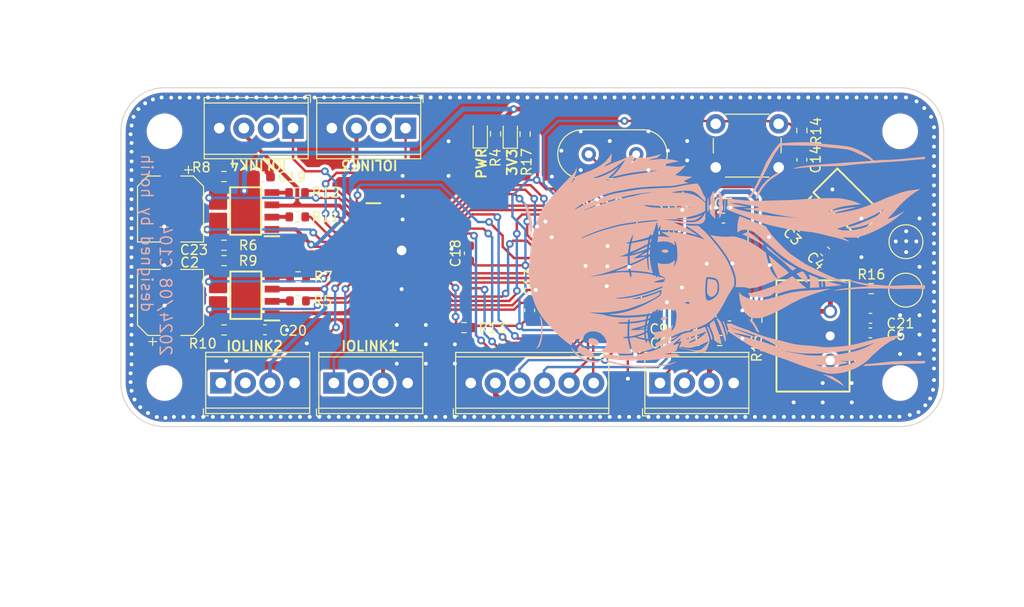
<source format=kicad_pcb>
(kicad_pcb (version 20240108) (generator "pcbnew") (generator_version "8.0")
  (layers (0 "F.Cu" signal) (31 "B.Cu" signal) (34 "B.Paste" user) (35 "F.Paste" user) (36 "B.SilkS" user "B.Silkscreen") (37 "F.SilkS" user "F.Silkscreen") (38 "B.Mask" user) (39 "F.Mask" user) (44 "Edge.Cuts" user))
  (net 0 "")
  (net 1 "GND")
  (net 2 "Net-(C1-Pad2)")
  (net 3 "+3V3")
  (net 4 "+5V")
  (net 5 "VBUS")
  (net 6 "/NRST")
  (net 7 "/OSC_OUT")
  (net 8 "/OSC_IN")
  (net 9 "/USART6_EN")
  (net 10 "Net-(IC1-GATE4)")
  (net 11 "Net-(IC1-SENSE-4)")
  (net 12 "Net-(IC1-L+4)")
  (net 13 "Net-(IC1-CQ4)")
  (net 14 "Net-(IC1-CQ3)")
  (net 15 "Net-(IC1-GATE3)")
  (net 16 "Net-(IC1-SENSE-3)")
  (net 17 "Net-(IC1-L+3)")
  (net 18 "Net-(IC1-SENSE-2)")
  (net 19 "Net-(IC1-L+2)")
  (net 20 "Net-(IC1-CQ2)")
  (net 21 "Net-(IC1-CQ1)")
  (net 22 "Net-(IC1-GATE1)")
  (net 23 "Net-(IC1-SENSE-1)")
  (net 24 "Net-(IC1-L+1)")
  (net 25 "/USART2_RX")
  (net 26 "/USART2_TX")
  (net 27 "/USART2_EN")
  (net 28 "/IRQ")
  (net 29 "/SPI2_MISO")
  (net 30 "/USART3_RX")
  (net 31 "/USART3_TX")
  (net 32 "/USART3_EN")
  (net 33 "/SPI2_MOSI")
  (net 34 "/SPI2_SCK")
  (net 35 "/SPI2_NSS")
  (net 36 "/USART4_RX")
  (net 37 "/USART4_TX")
  (net 38 "/USART4_EN")
  (net 39 "/USART6_RX")
  (net 40 "/USART6_TX")
  (net 41 "/CAN_H")
  (net 42 "/CAN_L")
  (net 43 "/SWDIO")
  (net 44 "/SWCLK")
  (net 45 "/USART1_TX")
  (net 46 "/USART1_RX")
  (net 51 "Net-(Q1-G1)")
  (net 52 "Net-(Q1-G2)")
  (net 53 "Net-(Q2-G1)")
  (net 54 "Net-(Q2-G2)")
  (net 67 "Net-(U1-PF11)")
  (net 68 "/CAN_RX")
  (net 69 "/CAN_TX")
  (net 70 "+24V")
  (net 71 "Net-(J1-Pin_3)")
  (net 72 "Net-(IC1-GATE2)")
  (net 74 "Net-(D2-A)")
  (net 75 "Net-(D1-A)")
  (footprint "Capacitor_SMD:C_0603_1608Metric" (layer "F.Cu") (at 114.825 83.875 135)
    (property "Reference" "C3")
    (property "Value" "22uF")
  )
  (footprint "Resistor_SMD:R_0603_1608Metric" (layer "F.Cu") (at 55.14 78.67)
    (property "Reference" "R8")
    (property "Value" "0.2ohm" (hide yes))
  )
  (footprint "Resistor_SMD:R_0603_1608Metric" (layer "F.Cu") (at 62.692 80.335)
    (property "Reference" "R12")
    (property "Value" "10ohm" (hide yes))
  )
  (footprint "Capacitor_SMD:C_0603_1608Metric" (layer "F.Cu") (at 86.72 92.495 90)
    (property "Reference" "C13")
    (property "Value" "4.7uF")
  )
  (footprint "Capacitor_SMD:C_0603_1608Metric" (layer "F.Cu") (at 121.925 94.825)
    (property "Reference" "C6")
    (property "Value" "4.7uF")
  )
  (footprint "Resistor_SMD:R_0603_1608Metric" (layer "F.Cu") (at 83.2 74.25 -90)
    (property "Reference" "R4")
    (property "Value" "10k")
  )
  (footprint "Capacitor_SMD:C_0603_1608Metric" (layer "F.Cu") (at 107.365 94.1 180)
    (property "Reference" "C1")
    (property "Value" "4.7uF")
  )
  (footprint "Resistor_SMD:R_0603_1608Metric" (layer "F.Cu") (at 79.95 94.275 180)
    (property "Reference" "R13")
    (property "Value" "4.7kohm")
  )
  (footprint "Capacitor_SMD:C_0603_1608Metric" (layer "F.Cu") (at 117.25 86.4 135)
    (property "Reference" "C4")
    (property "Value" "10uF")
  )
  (footprint "myLIB:M78AR05" (layer "F.Cu") (at 119.775 95.135 90)
    (property "Reference" "IC3" (hide yes))
    (property "Value" "M78AR05-0.5" (hide yes))
  )
  (footprint "myLIB:SOT230P700X180-4N" (layer "F.Cu") (at 119.575 81.375 45)
    (property "Reference" "IC2" (hide yes))
    (property "Value" "AZ1117CH-5.0TRG1" (hide yes))
  )
  (footprint "Crystal:Crystal_HC18-U_Vertical" (layer "F.Cu") (at 92.8325 76.3675)
    (property "Reference" "Y1" (hide yes))
    (property "Value" "8Mhz")
  )
  (footprint "TestPoint:TestPoint_Pad_D3.0mm" (layer "F.Cu") (at 125.6 85.4)
    (property "Reference" "J9" (hide yes))
    (property "Value" "Conn_01x01")
  )
  (footprint "Resistor_SMD:R_0603_1608Metric" (layer "F.Cu") (at 106.36 95.61 180)
    (property "Reference" "R1")
    (property "Value" "60ohm")
  )
  (footprint "myLIB:SOP50P640X120-39N" (layer "F.Cu") (at 73.505 86.425)
    (property "Reference" "IC1" (hide yes))
    (property "Value" "LTC2874IFE#PBF" (hide yes))
  )
  (footprint "Capacitor_SMD:C_0603_1608Metric" (layer "F.Cu") (at 93.5925 79.9775 180)
    (property "Reference" "C15")
    (property "Value" "32pF")
  )
  (footprint "TerminalBlock_Phoenix:TerminalBlock_Phoenix_MPT-0,5-4-2.54_1x04_P2.54mm_Horizontal" (layer "F.Cu") (at 54.82 99.99)
    (property "Reference" "J4" (hide yes))
    (property "Value" "Screw_Terminal_01x04")
  )
  (footprint "Resistor_SMD:R_0603_1608Metric" (layer "F.Cu") (at 114.85 73.9125 90)
    (property "Reference" "R14")
    (property "Value" "10kohm")
  )
  (footprint "Capacitor_SMD:C_0603_1608Metric" (layer "F.Cu") (at 114.85 76.9375 90)
    (property "Reference" "C14")
    (property "Value" "0.1uF")
  )
  (footprint "Capacitor_SMD:CP_Elec_6.3x5.9" (layer "F.Cu") (at 49.625 82.025 -90)
    (property "Reference" "C23")
    (property "Value" "C_Polarized")
  )
  (footprint "Capacitor_SMD:C_0603_1608Metric" (layer "F.Cu") (at 80.5 86.6 90)
    (property "Reference" "C18")
    (property "Value" "4.7uF")
  )
  (footprint "TerminalBlock_Phoenix:TerminalBlock_Phoenix_MPT-0,5-4-2.54_1x04_P2.54mm_Horizontal" (layer "F.Cu") (at 66.5 100)
    (property "Reference" "J5" (hide yes))
    (property "Value" "Screw_Terminal_01x04")
  )
  (footprint "Package_QFP:LQFP-48_7x7mm_P0.5mm" (layer "F.Cu") (at 94.663002 87.9125 -90)
    (property "Reference" "U1" (hide yes))
    (property "Value" "STM32F091CCTx")
  )
  (footprint "TestPoint:TestPoint_Pad_D3.0mm" (layer "F.Cu") (at 125.575 90.4)
    (property "Reference" "J3" (hide yes))
    (property "Value" "Conn_01x01")
  )
  (footprint "MountingHole:MountingHole_3.2mm_M3_DIN965" (layer "F.Cu") (at 49 74)
    (property "Reference" "REF**" (hide yes))
    (property "Value" "MountingHole_3.2mm_M3_DIN965")
  )
  (footprint "Capacitor_SMD:C_0603_1608Metric" (layer "F.Cu") (at 90.5 79.95)
    (property "Reference" "C17")
    (property "Value" "0.1uF")
  )
  (footprint "TerminalBlock_Phoenix:TerminalBlock_Phoenix_MPT-0,5-4-2.54_1x04_P2.54mm_Horizontal" (layer "F.Cu") (at 62.28 73.67 180)
    (property "Reference" "J7" (hide yes))
    (property "Value" "Screw_Terminal_01x04")
  )
  (footprint "Capacitor_SMD:C_0603_1608Metric" (layer "F.Cu") (at 59.375 94.5)
    (property "Reference" "C20")
    (property "Value" "4.7uF")
  )
  (footprint "Capacitor_SMD:CP_Elec_6.3x5.9" (layer "F.Cu") (at 49.625 91.675 90)
    (property "Reference" "C2")
    (property "Value" "C_Polarized")
  )
  (footprint "Resistor_SMD:R_0603_1608Metric" (layer "F.Cu") (at 55.155 87.36)
    (property "Reference" "R9")
    (property "Value" "0.2ohm")
  )
  (footprint "MountingHole:MountingHole_3.2mm_M3_DIN965" (layer "F.Cu") (at 125 74)
    (property "Reference" "REF**" (hide yes))
    (property "Value" "MountingHole_3.2mm_M3_DIN965")
  )
  (footprint "TerminalBlock_Phoenix:TerminalBlock_Phoenix_MPT-0,5-4-2.54_1x04_P2.54mm_Horizontal" (layer "F.Cu") (at 73.91 73.67 180)
    (property "Reference" "J6" (hide yes))
    (property "Value" "Screw_Terminal_01x04")
  )
  (footprint "Capacitor_SMD:C_0603_1608Metric" (layer "F.Cu") (at 102.12 84.485 -90)
    (property "Reference" "C11")
    (property "Value" "4.7uF")
  )
  (footprint "Resistor_SMD:R_0603_1608Metric" (layer "F.Cu") (at 86.25625 74.275 -90)
    (property "Reference" "R17")
    (property "Value" "4.7k")
  )
  (footprint "Capacitor_SMD:C_0603_1608Metric" (layer "F.Cu") (at 96.8425 79.9775)
    (property "Reference" "C16")
    (property "Value" "32pF")
  )
  (footprint "Capacitor_SMD:C_0603_1608Metric" (layer "F.Cu") (at 121.94 93.32)
    (property "Reference" "C21")
    (property "Value" "4.7uF")
  )
  (footprint "Resistor_SMD:R_0603_1608Metric" (layer "F.Cu") (at 55.14 85.77)
    (property "Reference" "R6")
    (property "Value" "0.2ohm")
  )
  (footprint "Capacitor_SMD:C_0603_1608Metric" (layer "F.Cu") (at 59.175 78.7)
    (property "Reference" "C19")
    (property "Value" "4.7uF")
  )
  (footprint "Resistor_SMD:R_0603_1608Metric" (layer "F.Cu") (at 55.155 94.52)
    (property "Reference" "R10")
    (property "Value" "0.2ohm")
  )
  (footprint "Capacitor_SMD:C_0603_1608Metric" (layer "F.Cu") (at 100.61 84.485 -90)
    (property "Reference" "C10")
    (property "Value" "0.1uF" (hide yes))
  )
  (footprint "myLIB:SOIC127P600X175-8N" (layer "F.Cu") (at 57.405 90.93 180)
    (property "Reference" "Q1" (hide yes))
    (property "Value" "NDS9936" (hide yes))
  )
  (footprint "MountingHole:MountingHole_3.2mm_M3_DIN965" (layer "F.Cu") (at 49 100)
    (property "Reference" "REF**" (hide yes))
    (property "Value" "MountingHole_3.2mm_M3_DIN965")
  )
  (footprint "Resistor_SMD:R_0603_1608Metric" (layer "F.Cu") (at 62.79 91.52)
    (property "Reference" "R5")
    (property "Value" "10ohm" (hide yes))
  )
  (footprint "Package_SO:SOIC-8_3.9x4.9mm_P1.27mm" (layer "F.Cu") (at 106.72 87.5 -90)
    (property "Reference" "U2" (hide yes))
    (property "Value" "MCP2562-H-SN" (hide yes))
  )
  (footprint "myLIB:SOIC127P600X175-8N" (layer "F.Cu") (at 57.38 82.23 180)
    (property "Reference" "Q2" (hide yes))
    (property "Value" "NDS9936" (hide yes))
  )
  (footprint "LED_SMD:LED_0603_1608Metric" (layer "F.Cu") (at 84.725 74.2625 90)
    (property "Reference" "D2" (hide yes))
    (property "Value" "LED")
  )
  (footprint "TerminalBlock_Phoenix:TerminalBlock_Phoenix_MPT-0,5-6-2.54_1x06_P2.54mm_Horizontal" (layer "F.Cu") (at 80.64 100)
    (property "Reference" "J8" (hide yes))
    (property "Value" "Screw_Terminal_01x06")
  )
  (footprint "Resistor_SMD:R_0603_1608Metric" (layer "F.Cu") (at 62.805 89.03)
    (property "Reference" "R7")
    (property "Value" "10ohm" (hide yes))
  )
  (footprint "MountingHole:MountingHole_3.2mm_M3_DIN965" (layer "F.Cu") (at 125 100)
    (property "Reference" "REF**" (hide yes))
    (property "Value" "MountingHole_3.2mm_M3_DIN965" (hide yes))
  )
  (footprint "TerminalBlock_Phoenix:TerminalBlock_Phoenix_MPT-0,5-4-2.54_1x04_P2.54mm_Horizontal" (layer "F.Cu") (at 100.185 100)
    (property "Reference" "J1" (hide yes))
    (property "Value" "Screw_Terminal_01x04")
  )
  (footprint "Capacitor_SMD:C_0603_1608Metric" (layer "F.Cu") (at 97.64 95.89 180)
    (property "Reference" "C8")
    (property "Value" "4.7uF")
  )
  (footprint "Resistor_SMD:R_0603_1608Metric" (layer "F.Cu") (at 102.45 87.7)
    (property "Reference" "R3")
    (property "Value" "10kohm")
  )
  (footprint "Capacitor_SMD:C_0603_1608Metric" (layer "F.Cu") (at 97.64 94.41 180)
    (property "Reference" "C9")
    (property "Value" "0.1uF")
  )
  (footprint "Resistor_SMD:R_0603_1608Metric" (layer "F.Cu") (at 122 90.25)
    (property "Reference" "R16")
    (property "Value" "0")
  )
  (footprint "Resistor_SMD:R_0603_1608Metric" (layer "F.Cu") (at 105.785 92.59 180)
    (property "Reference" "R2")
    (property "Value" "60ohm")
  )
  (footprint "Resistor_SMD:R_0603_1608Metric" (layer "F.Cu") (at 62.717 82.835)
    (property "Reference" "R11")
    (property "Value" "10ohm")
  )
  (footprint "LED_SMD:LED_0603_1608Metric" (layer "F.Cu") (at 81.625 74.2375 90)
    (property "Reference" "D1" (hide yes))
    (property "Value" "LED")
  )
  (footprint "Button_Switch_THT:SW_PUSH_6mm_H4.3mm" (layer "F.Cu") (at 112.45 77.725 180)
    (property "Reference" "SW1" (hide yes))
    (property "Value" "SW_Push")
  )
  (footprint "Capacitor_SMD:C_0603_1608Metric" (layer "F.Cu") (at 106.745 82.96)
    (property "Reference" "C7")
    (property "Value" "0.1uF")
  )
  (footprint "Capacitor_SMD:C_0603_1608Metric" (layer "F.Cu") (at 88.23 92.49 90)
    (property "Reference" "C12")
    (property "Value" "0.1uF")
  )
  (footprint "Resistor_SMD:R_0603_1608Metric" (layer "F.Cu") (at 110.2 93.5 -90)
    (property "Reference" "R15")
    (property "Value" "0")
  )
  (footprint "LOGO" (layer "B.Cu") (at 105.075 87.675 -90)
    (property "Reference" "G***" (hide yes))
    (property "Value" "LOGO" (hide yes))
  )
  (gr_line (start 49 69.5) (end 125 69.5) (stroke (width 0.1)) (layer "Edge.Cuts"))
  (gr_arc (start 129.5 100) (mid 128.181981 103.181981) (end 125 104.5) (stroke (width 0.1)) (layer "Edge.Cuts"))
  (gr_line (start 129.5 74) (end 129.5 100) (stroke (width 0.1)) (layer "Edge.Cuts"))
  (gr_arc (start 125 69.5) (mid 128.181981 70.818019) (end 129.5 74) (stroke (width 0.1)) (layer "Edge.Cuts"))
  (gr_arc (start 49 104.5) (mid 45.818019 103.181981) (end 44.5 100) (stroke (width 0.1)) (layer "Edge.Cuts"))
  (gr_arc (start 44.5 74) (mid 45.818019 70.818019) (end 49 69.5) (stroke (width 0.1)) (layer "Edge.Cuts"))
  (gr_line (start 44.5 100) (end 44.5 74) (stroke (width 0.1)) (layer "Edge.Cuts"))
  (gr_line (start 125 104.5) (end 49 104.5) (stroke (width 0.1)) (layer "Edge.Cuts"))
  (gr_text "2024/08 C104\n	designed by horih" (at 46.475 97.3 270) (layer "B.SilkS") (effects (font (size 1.2 1.2)) (justify left bottom mirror)))
  (gr_text "PWR" (at 82.325 79.025 90) (layer "F.SilkS") (effects (font (size 1 1) (thickness 0.2) (bold yes)) (justify left bottom)))
  (gr_text "IOLINK4" (at 61.7 76.875 180) (layer "F.SilkS") (effects (font (size 1 1) (thickness 0.2) (bold yes)) (justify left bottom)))
  (gr_text "IOLINK2" (at 55.275 96.775 0) (layer "F.SilkS") (effects (font (size 1 1) (thickness 0.2) (bold yes)) (justify left bottom)))
  (gr_text "3V3" (at 85.5 78.7 90) (layer "F.SilkS") (effects (font (size 1 1) (thickness 0.2) (bold yes)) (justify left bottom)))
  (gr_text "IOLINK1" (at 67.15 96.775 0) (layer "F.SilkS") (effects (font (size 1 1) (thickness 0.2) (bold yes)) (justify left bottom)))
  (gr_text "IOLINK3" (at 73.2 76.9 180) (layer "F.SilkS") (effects (font (size 1 1) (thickness 0.2) (bold yes)) (justify left bottom)))
  (segment (start 92.402792 80.78) (end 93.913002 82.29021) (width 0.25) (layer "F.Cu") (net 1))
  (segment (start 107.52 81.920153) (end 107.52 82.96) (width 0.25) (layer "F.Cu") (net 1))
  (segment (start 115.663299 81.940685) (end 114.276992 83.326992) (width 0.5) (layer "F.Cu") (net 1))
  (segment (start 96.895 95.758008) (end 96.89 95.763008) (width 0.25) (layer "F.Cu") (net 1))
  (segment (start 78.65 86.15) (end 78.67 86.17) (width 0.25) (layer "F.Cu") (net 1))
  (segment (start 100.61 85.26) (end 102.12 85.26) (width 0.25) (layer "F.Cu") (net 1))
  (segment (start 86.725 91.715) (end 86.72 91.72) (width 0.25) (layer "F.Cu") (net 1))
  (segment (start 107.474847 81.875) (end 107.52 81.920153) (width 0.25) (layer "F.Cu") (net 1))
  (segment (start 115.756623 81.940685) (end 115.663299 81.940685) (width 0.5) (layer "F.Cu") (net 1))
  (segment (start 78.67 86.17) (end 80.155 86.17) (width 0.25) (layer "F.Cu") (net 1))
  (segment (start 89.025 78.675) (end 90 78.675) (width 0.3) (layer "F.Cu") (net 1))
  (segment (start 100.2075 85.6625) (end 100.61 85.26) (width 0.25) (layer "F.Cu") (net 1))
  (segment (start 96.865 94.51) (end 96.865 95.985) (width 0.25) (layer "F.Cu") (net 1))
  (segment (start 93.913002 82.29021) (end 93.913002 83.75) (width 0.25) (layer "F.Cu") (net 1))
  (segment (start 105 87.7) (end 103.275 87.7) (width 0.25) (layer "F.Cu") (net 1))
  (segment (start 76.43 85.925) (end 74.005 85.925) (width 0.25) (layer "F.Cu") (net 1))
  (segment (start 91.175 80.575) (end 91.38 80.78) (width 0.25) (layer "F.Cu") (net 1))
  (segment (start 105.025 87.675) (end 105 87.7) (width 0.25) (layer "F.Cu") (net 1))
  (segment (start 96.865 95.985) (end 96.87 95.99) (width 0.25) (layer "F.Cu") (net 1))
  (segment (start 90 78.675) (end 91.275 79.95) (width 0.3) (layer "F.Cu") (net 1))
  (segment (start 73.505 89.725) (end 73.505 86.425) (width 0.25) (layer "F.Cu") (net 1))
  (segment (start 85.825 91.72) (end 85.125 92.42) (width 0.25) (layer "F.Cu") (net 1))
  (segment (start 91.175 79.925) (end 91.175 80.575) (width 0.25) (layer "F.Cu") (net 1))
  (segment (start 80.155 86.17) (end 80.5 85.825) (width 0.25) (layer "F.Cu") (net 1))
  (segment (start 96.913002 92.075) (end 96.913002 93.991998) (width 0.25) (layer "F.Cu") (net 1))
  (segment (start 88.584052 91.725) (end 88.575 91.725) (width 0.25) (layer "F.Cu") (net 1))
  (segment (start 73.49 89.74) (end 73.505 89.725) (width 0.25) (layer "F.Cu") (net 1))
  (segment (start 80.215 85.925) (end 80.44 85.7) (width 0.25) (layer "F.Cu") (net 1))
  (segment (start 74.66 92.42) (end 73.49 91.25) (width 0.25) (layer "F.Cu") (net 1))
  (segment (start 112.45 77.725) (end 105.95 77.725) (width 0.25) (layer "F.Cu") (net 1))
  (segment (start 98.825502 85.6625) (end 97.3375 85.6625) (width 0.25) (layer "F.Cu") (net 1))
  (segment (start 90.500502 90.1625) (end 89.3325 90.1625) (width 0.25) (layer "F.Cu") (net 1))
  (segment (start 65.65 74.31) (end 66.29 73.67) (width 0.25) (layer "F.Cu") (net 1))
  (segment (start 98.825502 85.6625) (end 100.2075 85.6625) (width 0.25) (layer "F.Cu") (net 1))
  (segment (start 76.43 86.425) (end 78.375 86.425) (width 0.25) (layer "F.Cu") (net 1))
  (segment (start 91.38 80.78) (end 92.402792 80.78) (width 0.25) (layer "F.Cu") (net 1))
  (segment (start 114.85 77.7125) (end 112.4625 77.7125) (width 0.25) (layer "F.Cu") (net 1))
  (segment (start 96.913002 93.991998) (end 96.895 94.01) (width 0.25) (layer "F.Cu") (net 1))
  (segment (start 73.5 86.43) (end 73.505 86.425) (width 0.25) (layer "F.Cu") (net 1))
  (segment (start 88.23 91.265) (end 88.23 91.715) (width 0.25) (layer "F.Cu") (net 1))
  (segment (start 73.49 90.31) (end 73.5 90.3) (width 0.25) (layer "F.Cu") (net 1))
  (segment (start 76.43 86.425) (end 73.505 86.425) (width 0.25) (layer "F.Cu") (net 1))
  (segment (start 96.875 99.55) (end 96.865 99.54) (width 0.25) (layer "F.Cu") (net 1))
  (segment (start 96.865 99.54) (end 96.865 95.89) (width 0.25) (layer "F.Cu") (net 1))
  (segment (start 112.4625 77.7125) (end 112.45 77.725) (width 0.25) (layer "F.Cu") (net 1))
  (segment (start 73.49 90.29) (end 73.49 89.74) (width 0.25) (layer "F.Cu") (net 1))
  (segment (start 107.355 85.025) (end 107.355 83.125) (width 0.25) (layer "F.Cu") (net 1))
  (segment (start 97.3375 85.6625) (end 97 86) (width 0.25) (layer "F.Cu") (net 1))
  (segment (start 78.375 86.425) (end 78.65 86.15) (width 0.25) (layer "F.Cu") (net 1))
  (segment (start 88.23 91.715) (end 86.725 91.715) (width 0.25) (layer "F.Cu") (net 1))
  (segment (start 73.5 86.3) (end 73.5 86.43) (width 0.25) (layer "F.Cu") (net 1))
  (segment (start 59.95 78.7) (end 54.92 73.67) (width 0.3) (layer "F.Cu") (net 1))
  (segment (start 73.49 91.25) (end 73.49 90.31) (width 0.25) (layer "F.Cu") (net 1))
  (segment (start 74.005 85.925) (end 73.63 86.3) (width 0.25) (layer "F.Cu") (net 1))
  (segment (start 73.5 90.3) (end 73.49 90.29) (width 0.25) (layer "F.Cu") (net 1))
  (segment (start 89.3325 90.1625) (end 88.23 91.265) (width 0.25) (layer "F.Cu") (net 1))
  (segment (start 73.63 86.3) (end 73.5 86.3) (width 0.25) (layer "F.Cu") (net 1))
  (segment (start 86.72 91.72) (end 85.825 91.72) (width 0.25) (layer "F.Cu") (net 1))
  (segment (start 54.92 73.67) (end 54.66 73.67) (width 0.3) (layer "F.Cu") (net 1))
  (segment (start 85.125 92.42) (end 74.66 92.42) (width 0.25) (layer "F.Cu") (net 1))
  (segment (start 107.355 83.125) (end 107.52 82.96) (width 0.25) (layer "F.Cu") (net 1))
  (via (at 66.5 70.5) (size 0.8) (drill 0.4) (layers "F.Cu" "B.Cu") (net 1))
  (via (at 128.5 99.7) (size 0.8) (drill 0.4) (layers "F.Cu" "B.Cu") (net 1))
  (via (at 107.675 87.65) (size 0.8) (drill 0.4) (layers "F.Cu" "B.Cu") (net 1))
  (via (at 126.9 103) (size 0.8) (drill 0.4) (layers "F.Cu" "B.Cu") (net 1))
  (via (at 78 103.5) (size 0.8) (drill 0.4) (layers "F.Cu" "B.Cu") (net 1))
  (via (at 73.6 83.1) (size 0.8) (drill 0.4) (layers "F.Cu" "B.Cu") (net 1))
  (via (at 85 103.5) (size 0.8) (drill 0.4) (layers "F.Cu" "B.Cu") (net 1))
  (via (at 120 102) (size 0.8) (drill 0.4) (layers "F.Cu" "B.Cu") (net 1))
  (via (at 57 103.5) (size 0.8) (drill 0.4) (layers "F.Cu" "B.Cu") (net 1))
  (via (at 126 103.3) (size 0.8) (drill 0.4) (layers "F.Cu" "B.Cu") (net 1))
  (via (at 45.6 75.2) (size 0.8) (drill 0.4) (layers "F.Cu" "B.Cu") (net 1))
  (via (at 96.5 70.5) (size 0.8) (drill 0.4) (layers "F.Cu" "B.Cu") (net 1))
  (via (at 114 103.5) (size 0.8) (drill 0.4) (layers "F.Cu" "B.Cu") (net 1))
  (via (at 126.7 70.9) (size 0.8) (drill 0.4) (layers "F.Cu" "B.Cu") (net 1))
  (via (at 121.5 70.5) (size 0.8) (drill 0.4) (layers "F.Cu" "B.Cu") (net 1))
  (via (at 92.5 87.9) (size 0.8) (drill 0.4) (layers "F.Cu" "B.Cu") (net 1))
  (via (at 94 103.5) (size 0.8) (drill 0.4) (layers "F.Cu" "B.Cu") (net 1))
  (via (at 47 71.1) (size 0.8) (drill 0.4) (layers "F.Cu" "B.Cu") (net 1))
  (via (at 90 76) (size 0.8) (drill 0.4) (layers "F.Cu" "B.Cu") (net 1))
  (via (at 116 103.5) (size 0.8) (drill 0.4) (layers "F.Cu" "B.Cu") (net 1))
  (via (at 65.5 70.5) (size 0.8) (drill 0.4) (layers "F.Cu" "B.Cu") (net 1))
  (via (at 50.97 103.5) (size 0.8) (drill 0.4) (layers "F.Cu" "B.Cu") (net 1))
  (via (at 116.5 70.5) (size 0.8) (drill 0.4) (layers "F.Cu" "B.Cu") (net 1))
  (via (at 127.6 102.3) (size 0.8) (drill 0.4) (layers "F.Cu" "B.Cu") (net 1))
  (via (at 55 103.5) (size 0.8) (drill 0.4) (layers "F.Cu" "B.Cu") (net 1))
  (via (at 73.6 78.6) (size 0.8) (drill 0.4) (layers "F.Cu" "B.Cu") (net 1))
  (via (at 107 103.5) (size 0.8) (drill 0.4) (layers "F.Cu" "B.Cu") (net 1))
  (via (at 89 103.5) (size 0.8) (drill 0.4) (layers "F.Cu" "B.Cu") (net 1))
  (via (at 102.5 70.5) (size 0.8) (drill 0.4) (layers "F.Cu" "B.Cu") (net 1))
  (via (at 45.59 86.01) (size 0.8) (drill 0.4) (layers "F.Cu" "B.Cu") (net 1))
  (via (at 117 103.5) (size 0.8) (drill 0.4) (layers "F.Cu" "B.Cu") (net 1))
  (via (at 127 95) (size 0.8) (drill 0.4) (layers "F.Cu" "B.Cu") (net 1))
  (via (at 79.5 70.5) (size 0.8) (drill 0.4) (layers "F.Cu" "B.Cu") (net 1))
  (via (at 73.5 90.3) (size 0.8) (drill 0.4) (layers "F.Cu" "B.Cu") (net 1))
  (via (at 100 103.5) (size 0.8) (drill 0.4) (layers "F.Cu" "B.Cu") (net 1))
  (via (at 84 103.5) (size 0.8) (drill 0.4) (layers "F.Cu" "B.Cu") (net 1))
  (via (at 45.59 89.01) (size 0.8) (drill 0.4) (layers "F.Cu" "B.Cu") (net 1))
  (via (at 128.5 80.58) (size 0.8) (drill 0.4) (layers "F.Cu" "B.Cu") (net 1))
  (via (at 81 103.5) (size 0.8) (drill 0.4) (layers "F.Cu" "B.Cu") (net 1))
  (via (at 128.1 101.6) (size 0.8) (drill 0.4) (layers "F.Cu" "B.Cu") (net 1))
  (via (at 128.5 79.58) (size 0.8) (drill 0.4) (layers "F.Cu" "B.Cu") (net 1))
  (via (at 88.5 70.5) (size 0.8) (drill 0.4) (layers "F.Cu" "B.Cu") (net 1))
  (via (at 45.59 80.01) (size 0.8) (drill 0.4) (layers "F.Cu" "B.Cu") (net 1))
  (via (at 123.93 103.48) (size 0.8) (drill 0.4) (layers "F.Cu" "B.Cu") (net 1))
  (via (at 103 75) (size 0.8) (drill 0.4) (layers "F.Cu" "B.Cu") (net 1))
  (via (at 45.59 88.01) (size 0.8) (drill 0.4) (layers "F.Cu" "B.Cu") (net 1))
  (via (at 55.375 97.725) (size 0.8) (drill 0.4) (layers "F.Cu" "B.Cu") (net 1))
  (via (at 73.5 86.3) (size 2) (drill 1) (layers "F.Cu" "B.Cu") (net 1))
  (via (at 61 103.5) (size 0.8) (drill 0.4) (layers "F.Cu" "B.Cu") (net 1))
  (via (at 76 94) (size 0.8) (drill 0.4) (layers "F.Cu" "B.Cu") (net 1))
  (via (at 111.45 84.925) (size 0.8) (drill 0.4) (layers "F.Cu" "B.Cu") (net 1))
  (via (at 90 103.5) (size 0.8) (drill 0.4) (layers "F.Cu" "B.Cu") (net 1))
  (via (at 128.5 90.58) (size 0.8) (drill 0.4) (layers "F.Cu" "B.Cu") (net 1))
  (via (at 119.5 70.5) (size 0.8) (drill 0.4) (layers "F.Cu" "B.Cu") (net 1))
  (via (at 92 74) (size 0.8) (drill 0.4) (layers "F.Cu" "B.Cu") (net 1))
  (via (at 128.5 92.58) (size 0.8) (drill 0.4) (layers "F.Cu" "B.Cu") (net 1))
  (via (at 112 103.5) (size 0.8) (drill 0.4) (layers "F.Cu" "B.Cu") (net 1))
  (via (at 45.59 82.01) (size 0.8) (drill 0.4) (layers "F.Cu" "B.Cu") (net 1))
  (via (at 128.5 94.58) (size 0.8) (drill 0.4) (layers "F.Cu" "B.Cu") (net 1))
  (via (at 45.59 93.01) (size 0.8) (drill 0.4) (layers "F.Cu" "B.Cu") (net 1))
  (via (at 107.5 70.5) (size 0.8) (drill 0.4) (layers "F.Cu" "B.Cu") (net 1))
  (via (at 124.55 85.375) (size 0.8) (drill 0.4) (layers "F.Cu" "B.Cu") (net 1))
  (via (at 64 103.5) (size 0.8) (drill 0.4) (layers "F.Cu" "B.Cu") (net 1))
  (via (at 126.675 85.375) (size 0.8) (drill 0.4) (layers "F.Cu" "B.Cu") (net 1))
  (via (at 61.675 94.525) (size 0.8) (drill 0.4) (layers "F.Cu" "B.Cu") (net 1))
  (via (at 107.474847 81.875) (size 0.8) (drill 0.4) (layers "F.Cu" "B.Cu") (net 1))
  (via (at 99 74) (size 0.8) (drill 0.4) (layers "F.Cu" "B.Cu") (net 1))
  (via (at 45.59 84.01) (size 0.8) (drill 0.4) (layers "F.Cu" "B.Cu") (net 1))
  (via (at 98.5 70.5) (size 0.8) (drill 0.4) (layers "F.Cu" "B.Cu") (net 1))
  (via (at 125 93) (size 0.8) (drill 0.4) (layers "F.Cu" "B.Cu") (net 1))
  (via (at 73 98) (size 0.8) (drill 0.4) (layers "F.Cu" "B.Cu") (net 1))
  (via (at 81.5 70.5) (size 0.8) (drill 0.4) (layers "F.Cu" "B.Cu") (net 1))
  (via (at 45.59 81.01) (size 0.8) (drill 0.4) (layers "F.Cu" "B.Cu") (net 1))
  (via (at 108.7 92.5) (size 0.8) (drill 0.4) (layers "F.Cu" "B.Cu") (net 1))
  (via (at 128.5 83.58) (size 0.8) (drill 0.4) (layers "F.Cu" "B.Cu") (net 1))
  (via (at 101.5 70.5) (size 0.8) (drill 0.4) (layers "F.Cu" "B.Cu") (net 1))
  (via (at 128.5 73.58) (size 0.8) (drill 0.4) (layers "F.Cu" "B.Cu") (net 1))
  (via (at 89.025 78.675) (size 0.8) (drill 0.4) (layers "F.Cu" "B.Cu") (net 1))
  (via (at 82.5 70.5) (size 0.8) (drill 0.4) (layers "F.Cu" "B.Cu") (net 1))
  (via (at 67.5 70.5) (size 0.8) (drill 0.4) (layers "F.Cu" "B.Cu") (net 1))
  (via (at 74.5 70.5) (size 0.8) (drill 0.4) (layers "F.Cu" "B.Cu") (net 1))
  (via (at 108.5 70.5) (size 0.8) (drill 0.4) (layers "F.Cu" "B.Cu") (net 1))
  (via (at 127 97) (size 0.8) (drill 0.4) (layers "F.Cu" "B.Cu") (net 1))
  (via (at 112.5 70.5) (size 0.8) (drill 0.4) (layers "F.Cu" "B.Cu") (net 1))
  (via (at 122 103.5) (size 0.8) (drill 0.4) (layers "F.Cu" "B.Cu") (net 1))
  (via (at 91.5 70.5) (size 0.8) (drill 0.4) (layers "F.Cu" "B.Cu") (net 1))
  (via (at 45.59 91.01) (size 0.8) (drill 0.4) (layers "F.Cu" "B.Cu") (net 1))
  (via (at 113 103.5) (size 0.8) (drill 0.4) (layers "F.Cu" "B.Cu") (net 1))
  (via (at 45.59 79.01) (size 0.8) (drill 0.4) (layers "F.Cu" "B.Cu") (net 1))
  (via (at 45.59 98.07) (size 0.8) (drill 0.4) (layers "F.Cu" "B.Cu") (net 1))
  (via (at 109 103.5) (size 0.8) (drill 0.4) (layers "F.Cu" "B.Cu") (net 1))
  (via (at 88 103.5) (size 0.8) (drill 0.4) (layers "F.Cu" "B.Cu") (net 1))
  (via (at 125 97) (size 0.8) (drill 0.4) (layers "F.Cu" "B.Cu") (net 1))
  (via (at 128.5 76.58) (size 0.8) (drill 0.4) (layers "F.Cu" "B.Cu") (net 1))
  (via (at 73 103.5) (size 0.8) (drill 0.4) (layers "F.Cu" "B.Cu") (net 1))
  (via (at 80 103.5) (size 0.8) (drill 0.4) (layers "F.Cu" "B.Cu") (net 1))
  (via (at 69 103.5) (size 0.8) (drill 0.4) (layers "F.Cu" "B.Cu") (net 1))
  (via (at 52.5 70.5) (size 0.8) (drill 0.4) (layers "F.Cu" "B.Cu") (net 1))
  (via (at 125.6 70.5) (size 0.8) (drill 0.4) (layers "F.Cu" "B.Cu") (net 1))
  (via (at 77.5 70.5) (size 0.8) (drill 0.4) (layers "F.Cu" "B.Cu") (net 1))
  (via (at 103.5 70.5) (size 0.8) (drill 0.4) (layers "F.Cu" "B.Cu") (net 1))
  (via (at 60 103.5) (size 0.8) (drill 0.4) (layers "F.Cu" "B.Cu") (net 1))
  (via (at 110.5 70.5) (size 0.8) (drill 0.4) (layers "F.Cu" "B.Cu") (net 1))
  (via (at 69.5 70.5) (size 0.8) (drill 0.4) (layers "F.Cu" "B.Cu") (net 1))
  (via (at 119 103.5) (size 0.8) (drill 0.4) (layers "F.Cu" "B.Cu") (net 1))
  (via (at 83 103.5) (size 0.8) (drill 0.4) (layers "F.Cu" "B.Cu") (net 1))
  (via (at 56.5 70.5) (size 0.8) (drill 0.4) (layers "F.Cu" "B.Cu") (net 1))
  (via (at 59.5 70.5) (size 0.8) (drill 0.4) (layers "F.Cu" "B.Cu") (net 1))
  (via (at 128.5 84.58) (size 0.8) (drill 0.4) (layers "F.Cu" "B.Cu") (net 1))
  (via (at 72.5 70.5) (size 0.8) (drill 0.4) (layers "F.Cu" "B.Cu") (net 1))
  (via (at 125.625 85.35) (size 0.8) (drill 0.4) (layers "F.Cu" "B.Cu") (net 1))
  (via (at 45.59 95.01) (size 0.8) (drill 0.4) (layers "F.Cu" "B.Cu") (net 1))
  (via (at 49 92) (size 0.8) (drill 0.4) (layers "F.Cu" "B.Cu") (net 1))
  (via (at 99.5 70.5) (size 0.8) (drill 0.4) (layers "F.Cu" "B.Cu") (net 1))
  (via (at 117 100) (size 0.8) (drill 0.4) (layers "F.Cu" "B.Cu") (net 1))
  (via (at 73.5 70.5) (size 0.8) (drill 0.4) (layers "F.Cu" "B.Cu") (net 1))
  (via (at 104.5 70.5) (size 0.8) (drill 0.4) (layers "F.Cu" "B.Cu") (net 1))
  (via (at 84.5 70.5) (size 0.8) (drill 0.4) (layers "F.Cu" "B.Cu") (net 1))
  (via (at 97 88) (size 0.8) (drill 0.4) (layers "F.Cu" "B.Cu") (net 1))
  (via (at 47.8 70.7) (size 0.8) (drill 0.4) (layers "F.Cu" "B.Cu") (net 1))
  (via (at 59 103.5) (size 0.8) (drill 0.4) (layers "F.Cu" "B.Cu") (net 1))
  (via (at 76 98) (size 0.8) (drill 0.4) (layers "F.Cu" "B.Cu") (net 1))
  (via (at 61.5 70.5) (size 0.8) (drill 0.4) (layers "F.Cu" "B.Cu") (net 1))
  (via (at 80.5 70.5) (size 0.8) (drill 0.4) (layers "F.Cu" "B.Cu") (net 1))
  (via (at 110 103.5) (size 0.8) (drill 0.4) (layers "F.Cu" "B.Cu") (net 1))
  (via (at 120 103.5) (size 0.8) (drill 0.4) (layers "F.Cu" "B.Cu") (net 1))
  (via (at 121 83) (size 0.8) (drill 0.4) (layers "F.Cu" "B.Cu") (net 1))
  (via (at 45.6 77.1) (size 0.8) (drill 0.4) (layers "F.Cu" "B.Cu") (net 1))
  (via (at 66 103.5) (size 0.8) (drill 0.4) (layers "F.Cu" "B.Cu") (net 1))
  (via (at 58 103.5) (size 0.8) (drill 0.4) (layers "F.Cu" "B.Cu") (net 1))
  (via (at 70.5 70.5) (size 0.8) (drill 0.4) (layers "F.Cu" "B.Cu") (net 1))
  (via (at 92.5 70.5) (size 0.8) (drill 0.4) (layers "F.Cu" "B.Cu") (net 1))
  (via (at 45.9 101.7) (size 0.8) (drill 0.4) (layers "F.Cu" "B.Cu") (net 1))
  (via (at 118 80) (size 0.8) (drill 0.4) (layers "F.Cu" "B.Cu") (net 1))
  (via (at 76.5 70.5) (size 0.8) (drill 0.4) (layers "F.Cu" "B.Cu") (net 1))
  (via (at 78.35 78.6) (size 0.8) (drill 0.4) (layers "F.Cu" "B.Cu") (net 1))
  (via (at 60.5 70.5) (size 0.8) (drill 0.4) (layers "F.Cu" "B.Cu") (net 1))
  (via (at 45.8 72.5) (size 0.8) (drill 0.4) (layers "F.Cu" "B.Cu") (net 1))
  (via (at 128.5 85.58) (size 0.8) (drill 0.4) (layers "F.Cu" "B.Cu") (net 1))
  (via (at 86.5 70.5) (size 0.8) (drill 0.4) (layers "F.Cu" "B.Cu") (net 1))
  (via (at 63.7 95.9) (size 0.8) (drill 0.4) (layers "F.Cu" "B.Cu") (net 1))
  (via (at 128.5 78.58) (size 0.8) (drill 0.4) (layers "F.Cu" "B.Cu") (net 1))
  (via (at 45.59 96.01) (size 0.8) (drill 0.4) (layers "F.Cu" "B.Cu") (net 1))
  (via (at 83.5 70.5) (size 0.8) (drill 0.4) (layers "F.Cu" "B.Cu") (net 1))
  (via (at 45.59 94.01) (size 0.8) (drill 0.4) (layers "F.Cu" "B.Cu") (net 1))
  (via (at 70 103.5) (size 0.8) (drill 0.4) (layers "F.Cu" "B.Cu") (net 1))
  (via (at 108 103.5) (size 0.8) (drill 0.4) (layers "F.Cu" "B.Cu") (net 1))
  (via (at 92 78) (size 0.8) (drill 0.4) (layers "F.Cu" "B.Cu") (net 1))
  (via (at 64.5 70.5) (size 0.8) (drill 0.4) (layers "F.Cu" "B.Cu") (net 1))
  (via (at 77 103.5) (size 0.8) (drill 0.4) (layers "F.Cu" "B.Cu") (net 1))
  (via (at 128.4 100.7) (size 0.8) (drill 0.4) (layers "F.Cu" "B.Cu") (net 1))
  (via (at 90.5 70.5) (size 0.8) (drill 0.4) (layers "F.Cu" "B.Cu") (net 1))
  (via (at 125.625 84.325) (size 0.8) (drill 0.4) (layers "F.Cu" "B.Cu") (net 1))
  (via (at 45.59 92.01) (size 0.8) (drill 0.4) (layers "F.Cu" "B.Cu") (net 1))
  (via (at 45.59 90.01) (size 0.8) (drill 0.4) (layers "F.Cu" "B.Cu") (net 1))
  (via (at 128.2 72.5) (size 0.8) (drill 0.4) (layers "F.Cu" "B.Cu") (net 1))
  (via (at 45.5 99) (size 0.8) (drill 0.4) (layers "F.Cu" "B.Cu") (net 1))
  (via (at 97.5 70.5) (size 0.8) (drill 0.4) (layers "F.Cu" "B.Cu") (net 1))
  (via (at 111.525 87.825) (size 0.8) (drill 0.4) (layers "F.Cu" "B.Cu") (net 1))
  (via (at 93.5 70.5) (size 0.8) (drill 0.4) (layers "F.Cu" "B.Cu") (net 1))
  (via (at 85.5 70.5) (size 0.8) (drill 0.4) (layers "F.Cu" "B.Cu") (net 1))
  (via (at 128.5 96.58) (size 0.8) (drill 0.4) (layers "F.Cu" "B.Cu") (net 1))
  (via (at 53 103.5) (size 0.8) (drill 0.4) (layers "F.Cu" "B.Cu") (net 1))
  (via (at 82 103.5) (size 0.8) (drill 0.4) (layers "F.Cu" "B.Cu") (net 1))
  (via (at 62.5 70.5) (size 0.8) (drill 0.4) (layers "F.Cu" "B.Cu") (net 1))
  (via (at 74 103.5) (size 0.8) (drill 0.4) (layers "F.Cu" "B.Cu") (net 1))
  (via (at 103 103.5) (size 0.8) (drill 0.4) (layers "F.Cu" "B.Cu") (net 1))
  (via (at 76 96) (size 0.8) (drill 0.4) (layers "F.Cu" "B.Cu") (net 1))
  (via (at 58.5 70.5) (size 0.8) (drill 0.4) (layers "F.Cu" "B.Cu") (net 1))
  (via (at 127 88) (size 0.8) (drill 0.4) (layers "F.Cu" "B.Cu") (net 1))
  (via (at 111 103.5) (size 0.8) (drill 0.4) (layers "F.Cu" "B.Cu") (net 1))
  (via (at 63.5 70.5) (size 0.8) (drill 0.4) (layers "F.Cu" "B.Cu") (net 1))
  (via (at 71.5 70.5) (size 0.8) (drill 0.4) (layers "F.Cu" "B.Cu") (net 1))
  (via (at 49.97 103.5) (size 0.8) (drill 0.4) (layers "F.Cu" "B.Cu") (net 1))
  (via (at 122.53 70.5) (size 0.8) (drill 0.4) (layers "F.Cu" "B.Cu") (net 1))
  (via (at 57.5 70.5) (size 0.8) (drill 0.4) (layers "F.Cu" "B.Cu") (net 1))
  (via (at 78.65 86.15) (size 0.8) (drill 0.4) (layers "F.Cu" "B.Cu") (net 1))
  (via (at 79 98) (size 0.8) (drill 0.4) (layers "F.Cu" "B.Cu") (net 1))
  (via (at 113.5 70.5) (size 0.8) (drill 0.4) (layers "F.Cu" "B.Cu") (net 1))
  (via (at 102 103.5) (size 0.8) (drill 0.4) (layers "F.Cu" "B.Cu") (net 1))
  (via (at 125.625 86.475) (size 0.8) (drill 0.4) (layers "F.Cu" "B.Cu") (net 1))
  (via (at 94.7 90) (size 0.8) (drill 0.4) (layers "F.Cu" "B.Cu") (net 1))
  (via (at 86 103.5) (size 0.8) (drill 0.4) (layers "F.Cu" "B.Cu") (net 1))
  (via (at 128.5 81.58) (size 0.8) (drill 0.4) (layers "F.Cu" "B.Cu") (net 1))
  (via (at 53.5 70.5) (size 0.8) (drill 0.4) (layers "F.Cu" "B.Cu") (net 1))
  (via (at 94.5 70.5) (size 0.8) (drill 0.4) (layers "F.Cu" "B.Cu") (net 1))
  (via (at 45.6 76.1) (size 0.8) (drill 0.4) (layers "F.Cu" "B.Cu") (net 1))
  (via (at 68 103.5) (size 0.8) (drill 0.4) (layers "F.Cu" "B.Cu") (net 1))
  (via (at 89.5 70.5) (size 0.8) (drill 0.4) (layers "F.Cu" "B.Cu") (net 1))
  (via (at 63 103.5) (size 0.8) (drill 0.4) (layers "F.Cu" "B.Cu") (net 1))
  (via (at 118.5 70.5) (size 0.8) (drill 0.4) (layers "F.Cu" "B.Cu") (net 1))
  (via (at 103 77) (size 0.8) (drill 0.4) (layers "F.Cu" "B.Cu") (net 1))
  (via (at 87.5 70.5) (size 0.8) (drill 0.4) (layers "F.Cu" "B.Cu") (net 1))
  (via (at 45.59 87.01) (size 0.8) (drill 0.4) (layers "F.Cu" "B.Cu") (net 1))
  (via (at 73 96) (size 0.8) (drill 0.4) (layers "F.Cu" "B.Cu") (net 1))
  (via (at 79 103.5) (size 0.8) (drill 0.4) (layers "F.Cu" "B.Cu") (net 1))
  (via (at 55.5 70.5) (size 0.8) (drill 0.4) (layers "F.Cu" "B.Cu") (net 1))
  (via (at 98 103.5) (size 0.8) (drill 0.4) (layers "F.Cu" "B.Cu") (net 1))
  (via (at 106.5 70.5) (size 0.8) (drill 0.4) (layers "F.Cu" "B.Cu") (net 1))
  (via (at 128.5 95.58) (size 0.8) (drill 0.4) (layers "F.Cu" "B.Cu") (net 1))
  (via (at 68.5 70.5) (size 0.8) (drill 0.4) (layers "F.Cu" "B.Cu") (net 1))
  (via (at 62 103.5) (size 0.8) (drill 0.4) (layers "F.Cu" "B.Cu") (net 1))
  (via (at 45.59 83.01) (size 0.8) (drill 0.4) (layers "F.Cu" "B.Cu") (net 1))
  (via (at 104 103.5) (size 0.8) (drill 0.4) (layers "F.Cu" "B.Cu") (net 1))
  (via (at 105.025 87.675) (size 0.8) (drill 0.4) (layers "F.Cu" "B.Cu") (net 1))
  (via (at 49.69 70.52) (size 0.8) (drill 0.4) (layers "F.Cu" "B.Cu") (net 1))
  (via (at 45.59 78.01) (size 0.8) (drill 0.4) (layers "F.Cu" "B.Cu") (net 1))
  (via (at 106 103.5) (size 0.8) (drill 0.4) (layers "F.Cu" "B.Cu") (net 1))
  (via (at 92 103.5) (size 0.8) (drill 0.4) (layers "F.Cu" "B.Cu") (net 1))
  (via (at 117 102) (size 0.8) (drill 0.4) (layers "F.Cu" "B.Cu") (net 1))
  (via (at 108.7 95.4) (size 0.8) (drill 0.4) (layers "F.Cu" "B.Cu") (net 1))
  (via (at 128.5 98.5) (size 0.8) (drill 0.4) (layers "F.Cu" "B.Cu") (net 1))
  (via (at 111.5 70.5) (size 0.8) (drill 0.4) (layers "F.Cu" "B.Cu") (net 1))
  (via (at 124.53 70.5) (size 0.8) (drill 0.4) (layers "F.Cu" "B.Cu") (net 1))
  (via (at 127 93) (size 0.8) (drill 0.4) (layers "F.Cu" "B.Cu") (net 1))
  (via (at 73 94) (size 0.8) (drill 0.4) (layers "F.Cu" "B.Cu") (net 1))
  (via (at 48.7 70.5) (size 0.8) (drill 0.4) (layers "F.Cu" "B.Cu") (net 1))
  (via (at 75.5 70.5) (size 0.8) (drill 0.4) (layers "F.Cu" "B.Cu") (net 1))
  (via (at 127.5 71.6) (size 0.8) (drill 0.4) (layers "F.Cu" "B.Cu") (net 1))
  (via (at 124.93 103.48) (size 0.8) (drill 0.4) (layers "F.Cu" "B.Cu") (net 1))
  (via (at 51.97 103.5) (size 0.8) (drill 0.4) (layers "F.Cu" "B.Cu") (net 1))
  (via (at 101 76) (size 0.8) (drill 0.4) (layers "F.Cu" "B.Cu") (net 1))
  (via (at 56 103.5) (size 0.8) (drill 0.4) (layers "F.Cu" "B.Cu") (net 1))
  (via (at 109.5 70.5) (size 0.8) (drill 0.4) (layers "F.Cu" "B.Cu") (net 1))
  (via (at 76 103.5) (size 0.8) (drill 0.4) (layers "F.Cu" "B.Cu") (net 1))
  (via (at 99 78) (size 0.8) (drill 0.4) (layers "F.Cu" "B.Cu") (net 1))
  (via (at 45.5 99.9) (size 0.8) (drill 0.4) (layers "F.Cu" "B.Cu") (net 1))
  (via (at 121 87) (size 0.8) (drill 0.4) (layers "F.Cu" "B.Cu") (net 1))
  (via (at 71 103.5) (size 0.8) (drill 0.4) (layers "F.Cu" "B.Cu") (net 1))
  (via (at 97 103.5) (size 0.8) (drill 0.4) (layers "F.Cu" "B.Cu") (net 1))
  (via (at 72 103.5) (size 0.8) (drill 0.4) (layers "F.Cu" "B.Cu") (net 1))
  (via (at 99 103.5) (size 0.8) (drill 0.4) (layers "F.Cu" "B.Cu") (net 1))
  (via (at 128.5 97.5) (size 0.8) (drill 0.4) (layers "F.Cu" "B.Cu") (net 1))
  (via (at 117.5 70.5) (size 0.8) (drill 0.4) (layers "F.Cu" "B.Cu") (net 1))
  (via (at 105 103.5) (size 0.8) (drill 0.4) (layers "F.Cu" "B.Cu") (net 1))
  (via (at 67 103.5) (size 0.8) (drill 0.4) (layers "F.Cu" "B.Cu") (net 1))
  (via (at 50.59 70.52) (size 0.8) (drill 0.4) (layers "F.Cu" "B.Cu") (net 1))
  (via (at 78.5 70.5) (size 0.8) (drill 0.4) (layers "F.Cu" "B.Cu") (net 1))
  (via (at 48.207786 103.511825) (size 0.8) (drill 0.4) (layers "F.Cu" "B.Cu") (net 1))
  (via (at 94.775 85.85) (size 0.8) (drill 0.4) (layers "F.Cu" "B.Cu") (net 1))
  (via (at 46.5 102.5) (size 0.8) (drill 0.4) (layers "F.Cu" "B.Cu") (net 1))
  (via (at 114.5 70.5) (size 0.8) (drill 0.4) (layers "F.Cu" "B.Cu") (net 1))
  (via (at 79 96) (size 0.8) (drill 0.4) (layers "F.Cu" "B.Cu") (net 1))
  (via (at 125 95) (size 0.8) (drill 0.4) (layers "F.Cu" "B.Cu") (net 1))
  (via (at 101 103.5) (size 0.8) (drill 0.4) (layers "F.Cu" "B.Cu") (net 1))
  (via (at 73.6 80.7) (size 0.8) (drill 0.4) (layers "F.Cu" "B.Cu") (net 1))
  (via (at 115.5 70.5) (size 0.8) (drill 0.4) (layers "F.Cu" "B.Cu") (net 1))
  (via (at 93 103.5) (size 0.8) (drill 0.4) (layers "F.Cu" "B.Cu") (net 1))
  (via (at 75 103.5) (size 0.8) (drill 0.4) (layers "F.Cu" "B.Cu") (net 1))
  (via (at 128.5 91.58) (size 0.8) (drill 0.4) (layers "F.Cu" "B.Cu") (net 1))
  (via (at 49.1 103.6) (size 0.8) (drill 0.4) (layers "F.Cu" "B.Cu") (net 1))
  (via (at 47.3 103.1) (size 0.8) (drill 0.4) (layers "F.Cu" "B.Cu") (net 1))
  (via (at 120.5 70.5) (size 0.8) (drill 0.4) (layers "F.Cu" "B.Cu") (net 1))
  (via (at 51.59 70.52) (size 0.8) (drill 0.4) (layers "F.Cu" "B.Cu") (net 1))
  (via (at 87 103.5) (size 0.8) (drill 0.4) (layers "F.Cu" "B.Cu") (net 1))
  (via (at 54.5 70.5) (size 0.8) (drill 0.4) (layers "F.Cu" "B.Cu") (net 1))
  (via (at 94.75 87.95) (size 0.8) (drill 0.4) (layers "F.Cu" "B.Cu") (net 1))
  (via (at 128.5 77.58) (size 0.8) (drill 0.4) (layers "F.Cu" "B.Cu") (net 1))
  (via (at 128.5 87.58) (size 0.8) (drill 0.4) (layers "F.Cu" "B.Cu") (net 1))
  (via (at 45.5 74.3) (size 0.8) (drill 0.4) (layers "F.Cu" "B.Cu") (net 1))
  (via (at 45.59 85.01) (size 0.8) (drill 0.4) (layers "F.Cu" "B.Cu") (net 1))
  (via (at 105.5 70.5) (size 0.8) (drill 0.4) (layers "F.Cu" "B.Cu") (net 1))
  (via (at 128.5 93.58) (size 0.8) (drill 0.4) (layers "F.Cu" "B.Cu") (net 1))
  (via (at 118 103.5) (size 0.8) (drill 0.4) (layers "F.Cu" "B.Cu") (net 1))
  (via (at 95.5 70.5) (size 0.8) (drill 0.4) (layers "F.Cu" "B.Cu") (net 1))
  (via (at 115 103.5) (size 0.8) (drill 0.4) (layers "F.Cu" "B.Cu") (net 1))
  (via (at 128.5 86.58) (size 0.8) (drill 0.4) (layers "F.Cu" "B.Cu") (net 1))
  (via (at 128.5 75.58) (size 0.8) (drill 0.4) (layers "F.Cu" "B.Cu") (net 1))
  (via (at 128.5 82.58) (size 0.8) (drill 0.4) (layers "F.Cu" "B.Cu") (net 1))
  (via (at 95 103.5) (size 0.8) (drill 0.4) (layers "F.Cu" "B.Cu") (net 1))
  (via (at 48.975 87.825) (size 0.8) (drill 0.4) (layers "F.Cu" "B.Cu") (net 1))
  (via (at 128.5 89.58) (size 0.8) (drill 0.4) (layers "F.Cu" "B.Cu") (net 1))
  (via (at 123.53 70.5) (size 0.8) (drill 0.4) (layers "F.Cu" "B.Cu") (net 1))
  (via (at 46.3 71.7) (size 0.8) (drill 0.4) (layers "F.Cu" "B.Cu") (net 1))
  (via (at 95 75) (size 0.8) (drill 0.4) (layers "F.Cu" "B.Cu") (net 1))
  (via (at 91 103.5) (size 0.8) (drill 0.4) (layers "F.Cu" "B.Cu") (net 1))
  (via (at 121 103.5) (size 0.8) (drill 0.4) (layers "F.Cu" "B.Cu") (net 1))
  (via (at 128.5 74.58) (size 0.8) (drill 0.4) (layers "F.Cu" "B.Cu") (net 1))
  (via (at 48.975 83.825) (size 0.8) (drill 0.4) (layers "F.Cu" "B.Cu") (net 1))
  (via (at 127 83) (size 0.8) (drill 0.4) (layers "F.Cu" "B.Cu") (net 1))
  (via (at 114 102) (size 0.8) (drill 0.4) (layers "F.Cu" "B.Cu") (net 1))
  (via (at 45.6 73.4) (size 0.8) (drill 0.4) (layers "F.Cu" "B.Cu") (net 1))
  (via (at 45.59 97.01) (size 0.8) (drill 0.4) (layers "F.Cu" "B.Cu") (net 1))
  (via (at 122.93 103.48) (size 0.8) (drill 0.4) (layers "F.Cu" "B.Cu") (net 1))
  (via (at 54 103.5) (size 0.8) (drill 0.4) (layers "F.Cu" "B.Cu") (net 1))
  (via (at 128.5 88.58) (size 0.8) (drill 0.4) (layers "F.Cu" "B.Cu") (net 1))
  (via (at 78.35 75.025) (size 0.8) (drill 0.4) (layers "F.Cu" "B.Cu") (net 1))
  (via (at 100.5 70.5) (size 0.8) (drill 0.4) (layers "F.Cu" "B.Cu") (net 1))
  (via (at 45.6 100.8) (size 0.8) (drill 0.4) (layers "F.Cu" "B.Cu") (net 1))
  (via (at 65 103.5) (size 0.8) (drill 0.4) (layers "F.Cu" "B.Cu") (net 1))
  (via (at 96 103.5) (size 0.8) (drill 0.4) (layers "F.Cu" "B.Cu") (net 1))
  (via (at 120 100) (size 0.8) (drill 0.4) (layers "F.Cu" "B.Cu") (net 1))
  (via (at 96.875 99.55) (size 0.8) (drill 0.4) (layers "F.Cu" "B.Cu") (net 1))
  (segment (start 54.65 73.68) (end 54.66 73.67) (width 0.25) (layer "B.Cu") (net 1))
  (segment (start 105.535 95.155) (end 106.59 94.1) (width 0.5) (layer "F.Cu") (net 2))
  (segment (start 106.61 92.59) (end 106.61 94.08) (width 0.5) (layer "F.Cu") (net 2))
  (segment (start 106.61 94.08) (end 106.59 94.1) (width 0.5) (layer "F.Cu") (net 2))
  (segment (start 105.535 95.61) (end 105.535 95.155) (width 0.5) (layer "F.Cu") (net 2))
  (segment (start 102.12 83.71) (end 100.61 83.71) (width 0.25) (layer "F.Cu") (net 3))
  (segment (start 87.525 74.6) (end 87.525 79.025) (width 0.3) (layer "F.Cu") (net 3))
  (segment (start 86.725 93.265) (end 86.72 93.27) (width 0.25) (layer "F.Cu") (net 3))
  (segment (start 112.425 80.175) (end 112.425 80.125) (width 0.5) (layer "F.Cu") (net 3))
  (segment (start 102.3925 80.5175) (end 102.12 80.79) (width 0.5) (layer "F.Cu") (net 3))
  (segment (start 112.425 80.125) (end 111.925 79.625) (width 0.5) (layer "F.Cu") (net 3))
  (segment (start 86.54 93.27) (end 86.72 93.27) (width 0.25) (layer "F.Cu") (net 3))
  (segment (start 112.925 79.625) (end 115.225 79.625) (width 0.5) (layer "F.Cu") (net 3))
  (segment (start 98.42 95.99) (end 98.42 96.8) (width 0.25) (layer "F.Cu") (net 3))
  (segment (start 101.745 80.9) (end 102.12 81.275) (width 0.25) (layer "F.Cu") (net 3))
  (segment (start 111.925 79.625) (end 111.9 79.625) (width 0.5) (layer "F.Cu") (net 3))
  (segment (start 98.42 97.03) (end 98.44 97.05) (width 0.25) (layer "F.Cu") (net 3))
  (segment (start 102.46 92.26) (end 102.46 92.08) (width 0.25) (layer "F.Cu") (net 3))
  (segment (start 98.415 95.985) (end 98.42 95.99) (width 0.25) (layer "F.Cu") (net 3))
  (segment (start 117.05 73.85) (end 116.2875 73.0875) (width 0.5) (layer "F.Cu") (net 3))
  (segment (start 98.17 97.05) (end 97.64 97.05) (width 0.25) (layer "F.Cu") (net 3))
  (segment (start 116.5 84.45) (end 115.4 84.45) (width 0.5) (layer "F.Cu") (net 3))
  (segment (start 104.815 89.975) (end 104.815 91.065) (width 0.25) (layer "F.Cu") (net 3))
  (segment (start 81.04 87.85) (end 80.44 87.25) (width 0.25) (layer "F.Cu") (net 3))
  (segment (start 88.23 93.265) (end 86.725 93.265) (width 0.25) (layer "F.Cu") (net 3))
  (segment (start 114.696016 85.1) (end 114.3 85.1) (width 0.5) (layer "F.Cu") (net 3))
  (segment (start 102.97 91.81) (end 102.46 91.81) (width 0.25) (layer "F.Cu") (net 3))
  (segment (start 103.285 79.625) (end 111.9 79.625) (width 0.5) (layer "F.Cu") (net 3))
  (segment (start 97.413002 81.686998) (end 98.2 80.9) (width 0.25) (layer "F.Cu") (net 3))
  (segment (start 93.413002 82.426606) (end 92.216396 81.23) (width 0.25) (layer "F.Cu") (net 3))
  (segment (start 101.675 80.9) (end 101.745 80.9) (width 0.25) (layer "F.Cu") (net 3))
  (segment (start 98.42 96.8) (end 98.17 97.05) (width 0.25) (layer "F.Cu") (net 3))
  (segment (start 89.05 91.11) (end 89.05 92.445) (width 0.25) (layer "F.Cu") (net 3))
  (segment (start 102.46 91.38) (end 102.46 90.125) (width 0.25) (layer "F.Cu") (net 3))
  (segment (start 80.115 86.925) (end 80.44 87.25) (width 0.25) (layer "F.Cu") (net 3))
  (segment (start 101.675 80.9) (end 102.01 80.9) (width 0.25) (layer "F.Cu") (net 3))
  (segment (start 102.46 95.89) (end 101.31 97.04) (width 0.25) (layer "F.Cu") (net 3))
  (segment (start 112.425 80.125) (end 112.925 79.625) (width 0.5) (layer "F.Cu") (net 3))
  (segment (start 104.07 91.81) (end 102.97 91.81) (width 0.25) (layer "F.Cu") (net 3))
  (segment (start 102.46 92.86) (end 102.46 92.26) (width 0.25) (layer "F.Cu") (net 3))
  (segment (start 76.43 86.925) (end 80.115 86.925) (width 0.25) (layer "F.Cu") (net 3))
  (segment (start 102.12 80.79) (end 102.12 81.275) (width 0.5) (layer "F.Cu") (net 3))
  (segment (start 104.815 91.065) (end 104.07 91.81) (width 0.25) (layer "F.Cu") (net 3))
  (segment (start 85.62 94.09) (end 85.67 94.14) (width 0.25) (layer "F.Cu") (net 3))
  (segment (start 90.93 81.23) (end 89.625 79.925) (width 0.25) (layer "F.Cu") (net 3))
  (segment (start 102.01 80.9) (end 102.3925 80.5175) (width 0.25) (layer "F.Cu") (net 3))
  (segment (start 102.46 92.08) (end 102.46 91.38) (width 0.25) (layer "F.Cu") (net 3))
  (segment (start 102.3925 80.5175) (end 103.285 79.625) (width 0.5) (layer "F.Cu") (net 3))
  (segment (start 85.67 94.14) (end 86.54 93.27) (width 0.25) (layer "F.Cu") (net 3))
  (segment (start 101.31 97.04) (end 98.86 97.04) (width 0.25) (layer "F.Cu") (net 3))
  (segment (start 90.500502 90.6625) (end 89.4975 90.6625) (width 0.25) (layer "F.Cu") (net 3))
  (segment (start 87.525 79.025) (end 88.45 79.95) (width 0.3) (layer "F.Cu") (net 3))
  (segment (start 98.85 97.05) (end 98.44 97.05) (width 0.25) (layer "F.Cu") (net 3))
  (segment (start 97.413002 92.075) (end 97.413002 93.453002) (width 0.25) (layer "F.Cu") (net 3))
  (segment (start 86.375 73.45) (end 87.525 74.6) (width 0.3) (layer "F.Cu") (net 3))
  (segment (start 114.3 85.1) (end 112.425 83.225) (width 0.5) (layer "F.Cu") (net 3))
  (segment (start 102.97 91.81) (end 102.89 91.81) (width 0.25) (layer "F.Cu") (net 3))
  (segment (start 115.225 79.625) (end 117.05 77.8) (width 0.5) (layer "F.Cu") (net 3))
  (segment (start 99.6575 85.1625) (end 99.78 85.04) (width 0.25) (layer "F.Cu") (net 3))
  (segment (start 80.775 94.275) (end 80.96 94.09) (width 0.25) (layer "F.Cu") (net 3))
  (segment (start 117.382969 83.567031) (end 116.5 84.45) (width 0.5) (layer "F.Cu") (net 3))
  (segment (start 98.2 80.9) (end 101.675 80.9) (width 0.25) (layer "F.Cu") (net 3))
  (segment (start 102.46 92.24) (end 102.46 92.26) (width 0.25) (layer "F.Cu") (net 3))
  (segment (start 99.78 85.04) (end 99.78 84.54) (width 0.25) (layer "F.Cu") (net 3))
  (segment (start 112.425 80.175) (end 112.425 79.675) (width 0.5) (layer "F.Cu") (net 3))
  (segment (start 89.4975 90.6625) (end 89.05 91.11) (width 0.25) (layer "F.Cu") (net 3))
  (segment (start 92.216396 81.23) (end 90.93 81.23) (width 0.25) (layer "F.Cu") (net 3))
  (segment (start 86.25625 73.45) (end 86.375 73.45) (width 0.3) (layer "F.Cu") (net 3))
  (segment (start 112.425 79.675) (end 112.475 79.625) (width 0.5) (layer "F.Cu") (net 3))
  (segment (start 98.66 97.04) (end 98.42 96.8) (width 0.25) (layer "F.Cu") (net 3))
  (segment (start 98.415 94.51) (end 98.415 95.985) (width 0.25) (layer "F.Cu") (net 3))
  (segment (start 88.45 79.95) (end 89.725 79.95) (width 0.3) (layer "F.Cu") (net 3))
  (segment (start 98.44 97.05) (end 98.17 97.05) (width 0.25) (layer "F.Cu") (net 3))
  (segment (start 97.413002 93.453002) (end 98.44 94.48) (width 0.25) (layer "F.Cu") (net 3))
  (segment (start 98.86 97.04) (end 98.85 97.05) (width 0.25) (layer "F.Cu") (net 3))
  (segment (start 112.425 83.225) (end 112.425 80.425) (width 0.5) (layer "F.Cu") (net 3))
  (segment (start 80.96 94.09) (end 85.62 94.09) (width 0.25) (layer "F.Cu") (net 3))
  (segment (start 111.9 79.625) (end 112.475 79.625) (width 0.5) (layer "F.Cu") (net 3))
  (segment (start 115.4 84.45) (end 115.373008 84.423008) (width 0.5) (layer "F.Cu") (net 3))
  (segment (start 102.89 91.81) (end 102.46 91.38) (width 0.25) (layer "F.Cu") (net 3))
  (segment (start 117.05 77.8) (end 117.05 73.85) (width 0.5) (layer "F.Cu") (net 3))
  (segment (start 112.425 80.425) (end 112.425 80.175) (width 0.5) (layer "F.Cu") (net 3))
  (segment (start 99.78 84.54) (end 100.61 83.71) (width 0.25) (layer "F.Cu") (net 3))
  (segment (start 102.46 91.81) (end 102.46 92.86) (width 0.25) (layer "F.Cu") (net 3))
  (segment (start 93.413002 83.75) (end 93.413002 82.426606) (width 0.25) (layer "F.Cu") (net 3))
  (segment (start 102.46 92.86) (end 102.46 95.89) (width 0.25) (layer "F.Cu") (net 3))
  (segment (start 112.475 79.625) (end 112.925 79.625) (width 0.5) (layer "F.Cu") (net 3))
  (segment (start 89.05 92.445) (end 88.23 93.265) (width 0.25) (layer "F.Cu") (net 3))
  (segment (start 86.29 87.85) (end 81.04 87.85) (width 0.25) (layer "F.Cu") (net 3))
  (segment (start 103.285 79.625) (end 102.12 80.79) (width 0.5) (layer "F.Cu") (net 3))
  (segment (start 102.12 81.275) (end 102.12 83.71) (width 0.5) (layer "F.Cu") (net 3))
  (segment (start 102.89 91.81) (end 102.46 92.24) (width 0.25) (layer "F.Cu") (net 3))
  (segment (start 97.413002 83.75) (end 97.413002 81.686998) (width 0.25) (layer "F.Cu") (net 3))
  (segment (start 98.86 97.04) (end 98.66 97.04) (width 0.25) (layer "F.Cu") (net 3))
  (segment (start 98.825502 85.1625) (end 99.6575 85.1625) (width 0.25) (layer "F.Cu") (net 3))
  (segment (start 98.42 96.8) (end 98.42 97.03) (width 0.25) (layer "F.Cu") (net 3))
  (segment (start 115.373008 84.423008) (end 114.696016 85.1) (width 0.5) (layer "F.Cu") (net 3))
  (segment (start 116.2875 73.0875) (end 114.85 73.0875) (width 0.5) (layer "F.Cu") (net 3))
  (via (at 86.29 87.85) (size 0.8) (drill 0.4) (layers "F.Cu" "B.Cu") (net 3))
  (via (at 102.46 90.125) (size 0.8) (drill 0.4) (layers "F.Cu" "B.Cu") (net 3))
  (via (at 102.5 82.125) (size 0.8) (drill 0.4) (layers "F.Cu" "B.Cu") (net 3))
  (via (at 85.67 94.14) (size 0.8) (drill 0.4) (layers "F.Cu" "B.Cu") (net 3))
  (via (at 97.64 97.05) (size 0.8) (drill 0.4) (layers "F.Cu" "B.Cu") (net 3))
  (via (at 87.45 79.025) (size 0.8) (drill 0.4) (layers "F.Cu" "B.Cu") (net 3))
  (segment (start 86.06 94.53) (end 90.53 94.53) (width 0.25) (layer "B.Cu") (net 3))
  (segment (start 90.53 94.53) (end 92.31 96.31) (width 0.25) (layer "B.Cu") (net 3))
  (segment (start 86.29 84.155305) (end 84.95 82.815305) (width 0.25) (layer "B.Cu") (net 3))
  (segment (start 85.67 94.14) (end 85.67 91.238603) (width 0.25) (layer "B.Cu") (net 3))
  (segment (start 95.349989 96.31) (end 96.089989 97.05) (width 0.25) (layer "B.Cu") (net 3))
  (segment (start 85.67 94.14) (end 86.06 94.53) (width 0.25) (layer "B.Cu") (net 3))
  (segment (start 86.29 87.85) (end 86.29 84.155305) (width 0.25) (layer "B.Cu") (net 3))
  (segment (start 102.47 82.155) (end 102.47 90.115) (width 0.25) (layer "B.Cu") (net 3))
  (segment (start 86.29 90.618603) (end 86.29 87.85) (width 0.25) (layer "B.Cu") (net 3))
  (segment (start 86.579695 79.025) (end 87.45 79.025) (width 0.25) (layer "B.Cu") (net 3))
  (segment (start 92.31 96.31) (end 95.349989 96.31) (width 0.25) (layer "B.Cu") (net 3))
  (segment (start 84.95 82.815305) (end 84.95 80.654695) (width 0.25) (layer "B.Cu") (net 3))
  (segment (start 102.47 90.115) (end 102.46 90.125) (width 0.25) (layer "B.Cu") (net 3))
  (segment (start 85.67 91.238603) (end 86.29 90.618603) (width 0.25) (layer "B.Cu") (net 3))
  (segment (start 102.5 82.125) (end 102.47 82.155) (width 0.25) (layer "B.Cu") (net 3))
  (segment (start 84.95 80.654695) (end 86.579695 79.025) (width 0.25) (layer "B.Cu") (net 3))
  (segment (start 96.089989 97.05) (end 97.64 97.05) (width 0.25) (layer "B.Cu") (net 3))
  (segment (start 113.075 92.595) (end 112.45 92.595) (width 0.5) (layer "F.Cu") (net 4))
  (segment (start 113.85 92.595) (end 113.505 92.595) (width 0.5) (layer "F.Cu") (net 4))
  (segment (start 119.009315 85.193377) (end 119.006623 85.193377) (width 0.5) (layer "F.Cu") (net 4))
  (segment (start 110.2 91.318845) (end 110.15 91.268845) (width 0.5) (layer "F.Cu") (net 4))
  (segment (start 113.1 92.62) (end 113.075 92.595) (width 0.5) (layer "F.Cu") (net 4))
  (segment (start 119.006623 85.193377) (end 117.798008 86.401992) (width 0.5) (layer "F.Cu") (net 4))
  (segment (start 113.1 99.75) (end 113.1 93) (width 0.5) (layer "F.Cu") (net 4))
  (segment (start 106 81.875) (end 105.97 81.905) (width 0.25) (layer "F.Cu") (net 4))
  (segment (start 117.798008 92.571992) (end 117.775 92.595) (width 0.5) (layer "F.Cu") (net 4))
  (segment (start 110.28 92.595) (end 110.2 92.675) (width 0.5) (layer "F.Cu") (net 4))
  (segment (start 112.695 92.595) (end 113.1 93) (width 0.5) (layer "F.Cu") (net 4))
  (segment (start 83.18 101.18) (end 84 102) (width 0.5) (layer "F.Cu") (net 4))
  (segment (start 117.775 92.595) (end 113.85 92.595) (width 0.5) (layer "F.Cu") (net 4))
  (segment (start 110.85 102) (end 113.1 99.75) (width 0.5) (layer "F.Cu") (net 4))
  (segment (start 113.1 93) (end 113.1 92.62) (width 0.5) (layer "F.Cu") (net 4))
  (segment (start 117.798008 86.401992) (end 117.798008 86.948008) (width 0.5) (layer "F.Cu") (net 4))
  (segment (start 113.85 92.595) (end 113.075 92.595) (width 0.5) (layer "F.Cu") (net 4))
  (segment (start 106.085 83.075) (end 105.97 82.96) (width 0.25) (layer "F.Cu") (net 4))
  (segment (start 117.798008 86.948008) (end 117.798008 92.571992) (width 0.5) (layer "F.Cu") (net 4))
  (segment (start 112.45 92.595) (end 110.28 92.595) (width 0.5) (layer "F.Cu") (net 4))
  (segment (start 112.45 92.595) (end 112.695 92.595) (width 0.5) (layer "F.Cu") (net 4))
  (segment (start 106.085 85.025) (end 106.085 83.075) (width 0.25) (layer "F.Cu") (net 4))
  (segment (start 113.505 92.595) (end 113.1 93) (width 0.5) (layer "F.Cu") (net 4))
  (segment (start 83.18 100) (end 83.18 101.18) (width 0.5) (layer "F.Cu") (net 4))
  (segment (start 84 102) (end 110.85 102) (width 0.5) (layer "F.Cu") (net 4))
  (segment (start 105.97 81.905) (end 105.97 82.96) (width 0.25) (layer "F.Cu") (net 4))
  (segment (start 110.2 92.7) (end 110.2 91.318845) (width 0.5) (layer "F.Cu") (net 4))
  (via (at 110.15 91.268845) (size 0.8) (drill 0.4) (layers "F.Cu" "B.Cu") (net 4))
  (via (at 106 81.875) (size 0.8) (drill 0.4) (layers "F.Cu" "B.Cu") (net 4))
  (segment (start 106 81.875) (end 106 81.05) (width 0.5) (layer "B.Cu") (net 4))
  (segment (start 109.35 80.225) (end 110.15 81.025) (width 0.5) (layer "B.Cu") (net 4))
  (segment (start 110.15 81.025) (end 110.15 91.268845) (width 0.5) (layer "B.Cu") (net 4))
  (segment (start 106.825 80.225) (end 109.35 80.225) (width 0.5) (layer "B.Cu") (net 4))
  (segment (start 106 81.05) (end 106.825 80.225) (width 0.5) (layer "B.Cu") (net 4))
  (segment (start 120.675 97.675) (end 117.775 97.675) (width 0.5) (layer "F.Cu") (net 5))
  (segment (start 121.17 94.265) (end 121.185 94.25) (width 0.5) (layer "F.Cu") (net 5))
  (segment (start 121.175 90.25) (end 121.175 91.695) (width 0.5) (layer "F.Cu") (net 5))
  (segment (start 121.185 96.255) (end 121.185 94.25) (width 0.5) (layer "F.Cu") (net 5))
  (segment (start 121.185 97.165) (end 120.675 97.675) (width 0.5) (layer "F.Cu") (net 5))
  (segment (start 121.185 96.255) (end 121.185 97.165) (width 0.5) (layer "F.Cu") (net 5))
  (segment (start 121.185 94.25) (end 121.185 93.75) (width 0.5) (layer "F.Cu") (net 5))
  (segment (start 121.185 93.75) (end 121.185 91.755) (width 0.5) (layer "F.Cu") (net 5))
  (segment (start 114.85 74.475) (end 113.6 73.225) (width 0.25) (layer "F.Cu") (net 6))
  (segment (start 113.6 73.225) (end 112.45 73.225) (width 0.25) (layer "F.Cu") (net 6))
  (segment (start 106.225 72.95) (end 112.175 72.95) (width 0.25) (layer "F.Cu") (net 6))
  (segment (start 96.525 72.925) (end 105.65 72.925) (width 0.25) (layer "F.Cu") (net 6))
  (segment (start 112.175 72.95) (end 112.45 73.225) (width 0.25) (layer "F.Cu") (net 6))
  (segment (start 105.65 72.925) (end 105.95 73.225) (width 0.25) (layer "F.Cu") (net 6))
  (segment (start 105.95 73.225) (end 106.225 72.95) (width 0.25) (layer "F.Cu") (net 6))
  (segment (start 94.413002 81.764904) (end 94.413002 83.75) (width 0.25) (layer "F.Cu") (net 6))
  (segment (start 114.85 74.7375) (end 114.85 74.475) (width 0.25) (layer "F.Cu") (net 6))
  (segment (start 114.85 76.1625) (end 114.85 74.7375) (width 0.25) (layer "F.Cu") (net 6))
  (segment (start 93.686549 81.038451) (end 94.413002 81.764904) (width 0.25) (layer "F.Cu") (net 6))
  (via (at 93.686549 81.038451) (size 0.8) (drill 0.4) (layers "F.Cu" "B.Cu") (net 6))
  (via (at 96.525 72.925) (size 0.8) (drill 0.4) (layers "F.Cu" "B.Cu") (net 6))
  (segment (start 89.65 72.925) (end 88.175 74.4) (width 0.25) (layer "B.Cu") (net 6))
  (segment (start 88.175 74.4) (end 88.175 79.45) (width 0.25) (layer "B.Cu") (net 6))
  (segment (start 96.525 72.925) (end 89.65 72.925) (width 0.25) (layer "B.Cu") (net 6))
  (segment (start 93.573098 80.925) (end 93.686549 81.038451) (width 0.25) (layer "B.Cu") (net 6))
  (segment (start 88.175 79.45) (end 89.763451 81.038451) (width 0.25) (layer "B.Cu") (net 6))
  (segment (start 89.763451 81.038451) (end 93.686549 81.038451) (width 0.25) (layer "B.Cu") (net 6))
  (segment (start 94.3675 77.9025) (end 94.3675 79.9775) (width 0.25) (layer "F.Cu") (net 7))
  (segment (start 94.913002 83.75) (end 94.913002 80.613002) (width 0.25) (layer "F.Cu") (net 7))
  (segment (start 92.8325 76.3675) (end 94.3675 77.9025) (width 0.25) (layer "F.Cu") (net 7))
  (segment (start 94.3675 79.9775) (end 94.3675 80.0675) (width 0.25) (layer "F.Cu") (net 7))
  (segment (start 94.3675 80.0675) (end 94.913002 80.613002) (width 0.25) (layer "F.Cu") (net 7))
  (segment (start 96.0225 79.9775) (end 95.413002 80.586998) (width 0.25) (layer "F.Cu") (net 8))
  (segment (start 97.7325 76.3675) (end 96.0675 78.0325) (width 0.25) (layer "F.Cu") (net 8))
  (segment (start 96.0675 79.9775) (end 96.0225 79.9775) (width 0.25) (layer "F.Cu") (net 8))
  (segment (start 96.0675 78.0325) (end 96.0675 79.9775) (width 0.25) (layer "F.Cu") (net 8))
  (segment (start 96 80) (end 96 80.25) (width 0.25) (layer "F.Cu") (net 8))
  (segment (start 95.413002 80.586998) (end 95.413002 83.75) (width 0.25) (layer "F.Cu") (net 8))
  (segment (start 85.112907 87.088876) (end 87.580487 87.088876) (width 0.25) (layer "F.Cu") (net 9))
  (segment (start 88.654111 88.1625) (end 90.500502 88.1625) (width 0.25) (layer "F.Cu") (net 9))
  (segment (start 83.94 85.915969) (end 85.112907 87.088876) (width 0.25) (layer "F.Cu") (net 9))
  (segment (start 69.353396 81.925) (end 70.58 81.925) (width 0.25) (layer "F.Cu") (net 9))
  (segment (start 87.580487 87.088876) (end 88.654111 88.1625) (width 0.25) (layer "F.Cu") (net 9))
  (segment (start 83.94 84.78) (end 83.94 85.915969) (width 0.25) (layer "F.Cu") (net 9))
  (segment (start 68.86 80.671347) (end 68.86 81.431604) (width 0.25) (layer "F.Cu") (net 9))
  (segment (start 82.529522 83.369522) (end 83.94 84.78) (width 0.25) (layer "F.Cu") (net 9))
  (segment (start 82.529522 83.364493) (end 82.529522 83.369522) (width 0.25) (layer "F.Cu") (net 9))
  (segment (start 68.86 81.431604) (end 69.353396 81.925) (width 0.25) (layer "F.Cu") (net 9))
  (segment (start 68.94 80.591347) (end 68.86 80.671347) (width 0.25) (layer "F.Cu") (net 9))
  (via (at 68.94 80.591347) (size 0.8) (drill 0.4) (layers "F.Cu" "B.Cu") (net 9))
  (via (at 82.529522 83.364493) (size 0.8) (drill 0.4) (layers "F.Cu" "B.Cu") (net 9))
  (segment (start 68.94 79.825673) (end 69.245673 79.52) (width 0.25) (layer "B.Cu") (net 9))
  (segment (start 68.94 80.591347) (end 68.94 79.825673) (width 0.25) (layer "B.Cu") (net 9))
  (segment (start 77.545306 79.52) (end 81.389799 83.364493) (width 0.25) (layer "B.Cu") (net 9))
  (segment (start 69.245673 79.52) (end 77.545306 79.52) (width 0.25) (layer "B.Cu") (net 9))
  (segment (start 81.389799 83.364493) (end 82.529522 83.364493) (width 0.25) (layer "B.Cu") (net 9))
  (segment (start 64.942446 80.145944) (end 64.946502 80.15) (width 0.25) (layer "F.Cu") (net 10))
  (segment (start 64.946502 80.15) (end 66.942 80.15) (width 0.25) (layer "F.Cu") (net 10))
  (segment (start 63.517 80.335) (end 63.706056 80.145944) (width 0.25) (layer "F.Cu") (net 10))
  (segment (start 66.942 80.15) (end 69.217 82.425) (width 0.25) (layer "F.Cu") (net 10))
  (segment (start 63.706056 80.145944) (end 64.942446 80.145944) (width 0.25) (layer "F.Cu") (net 10))
  (segment (start 69.217 82.425) (end 70.58 82.425) (width 0.25) (layer "F.Cu") (net 10))
  (segment (start 67.026548 80.870944) (end 69.080604 82.925) (width 0.25) (layer "F.Cu") (net 11))
  (segment (start 64.642141 80.870944) (end 67.026548 80.870944) (width 0.25) (layer "F.Cu") (net 11))
  (segment (start 69.080604 82.925) (end 70.58 82.925) (width 0.25) (layer "F.Cu") (net 11))
  (via (at 64.642141 80.870944) (size 0.8) (drill 0.4) (layers "F.Cu" "B.Cu") (net 11))
  (via (at 53.61 80.87) (size 0.8) (drill 0.4) (layers "F.Cu" "B.Cu") (net 11))
  (segment (start 64.642141 80.870944) (end 53.610944 80.870944) (width 0.25) (layer "B.Cu") (net 11))
  (segment (start 53.610944 80.870944) (end 53.61 80.87) (width 0.25) (layer "B.Cu") (net 11))
  (segment (start 62.717 81.27) (end 62.717 81.307944) (width 0.4) (layer "F.Cu") (net 12))
  (segment (start 59.6795 81.595) (end 59.6745 81.6) (width 0.4) (layer "F.Cu") (net 12))
  (segment (start 62.717 81.283944) (end 62.33 81.670944) (width 0.4) (layer "F.Cu") (net 12))
  (segment (start 60.167944 81.670944) (end 62.33 81.670944) (width 0.4) (layer "F.Cu") (net 12))
  (segment (start 62.717 81.27) (end 62.717 81.283944) (width 0.4) (layer "F.Cu") (net 12))
  (segment (start 62.717 81.307944) (end 63.08 81.670944) (width 0.4) (layer "F.Cu") (net 12))
  (segment (start 67.084086 81.670944) (end 68.791571 83.378429) (width 0.4) (layer "F.Cu") (net 12))
  (segment (start 60.092 81.595) (end 59.6795 81.595) (width 0.4) (layer "F.Cu") (net 12))
  (segment (start 57.2 74.3) (end 57.2 73.67) (width 0.4) (layer "F.Cu") (net 12))
  (segment (start 60.092 81.595) (end 60.167944 81.670944) (width 0.4) (layer "F.Cu") (net 12))
  (segment (start 70.58 83.425) (end 68.944208 83.425) (width 0.25) (layer "F.Cu") (net 12))
  (segment (start 62.72 81.670944) (end 63.08 81.670944) (width 0.4) (layer "F.Cu") (net 12))
  (segment (start 63.08 81.670944) (end 67.084086 81.670944) (width 0.4) (layer "F.Cu") (net 12))
  (segment (start 62.717 79.817) (end 57.2 74.3) (width 0.4) (layer "F.Cu") (net 12))
  (segment (start 62.717 81.667944) (end 62.717 79.817) (width 0.4) (layer "F.Cu") (net 12))
  (segment (start 62.717 81.667944) (end 62.717 81.27) (width 0.4) (layer "F.Cu") (net 12))
  (segment (start 62.72 81.670944) (end 62.717 81.667944) (width 0.4) (layer "F.Cu") (net 12))
  (segment (start 62.33 81.670944) (end 62.72 81.670944) (width 0.4) (layer "F.Cu") (net 12))
  (segment (start 70.58 83.925) (end 68.082538 83.925) (width 0.25) (layer "F.Cu") (net 13))
  (segment (start 65.575 78.125) (end 63.575 78.125) (width 0.25) (layer "F.Cu") (net 13))
  (segment (start 68.082538 83.922538) (end 66.7 82.54) (width 0.25) (layer "F.Cu") (net 13))
  (segment (start 62.28 76.83) (end 62.28 73.67) (width 0.25) (layer "F.Cu") (net 13))
  (segment (start 68.082538 83.925) (end 68.082538 83.922538) (width 0.25) (layer "F.Cu") (net 13))
  (segment (start 63.575 78.125) (end 62.28 76.83) (width 0.25) (layer "F.Cu") (net 13))
  (via (at 66.7 82.54) (size 0.8) (drill 0.4) (layers "F.Cu" "B.Cu") (net 13))
  (via (at 65.575 78.125) (size 0.8) (drill 0.4) (layers "F.Cu" "B.Cu") (net 13))
  (segment (start 66.7 79.25) (end 66.7 82.54) (width 0.25) (layer "B.Cu") (net 13))
  (segment (start 65.575 78.125) (end 66.7 79.25) (width 0.25) (layer "B.Cu") (net 13))
  (segment (start 66.595001 84.425) (end 70.58 84.425) (width 0.25) (layer "F.Cu") (net 14))
  (segment (start 66.78 78.29) (end 67.254695 78.29) (width 0.25) (layer "F.Cu") (net 14))
  (segment (start 67.259695 78.295) (end 72.745 78.295) (width 0.25) (layer "F.Cu") (net 14))
  (segment (start 72.745 78.295) (end 73.91 77.13) (width 0.25) (layer "F.Cu") (net 14))
  (segment (start 67.254695 78.29) (end 67.259695 78.295) (width 0.25) (layer "F.Cu") (net 14))
  (segment (start 73.91 77.13) (end 73.91 73.67) (width 0.25) (layer "F.Cu") (net 14))
  (segment (start 65.65 83.48) (end 65.65 82.49) (width 0.25) (layer "F.Cu") (net 14))
  (segment (start 65.650001 83.48) (end 65.65 83.48) (width 0.25) (layer "F.Cu") (net 14))
  (segment (start 65.978674 83.808673) (end 65.650001 83.48) (width 0.25) (layer "F.Cu") (net 14))
  (segment (start 65.65 79.42) (end 66.78 78.29) (width 0.25) (layer "F.Cu") (net 14))
  (segment (start 65.978674 83.808673) (end 66.595001 84.425) (width 0.25) (layer "F.Cu") (net 14))
  (via (at 65.65 79.42) (size 0.8) (drill 0.4) (layers "F.Cu" "B.Cu") (net 14))
  (via (at 65.65 82.49) (size 0.8) (drill 0.4) (layers "F.Cu" "B.Cu") (net 14))
  (segment (start 65.65 82.49) (end 65.65 79.42) (width 0.25) (layer "B.Cu") (net 14))
  (segment (start 70.58 84.925) (end 66.155 84.925) (width 0.25) (layer "F.Cu") (net 15))
  (segment (start 64.065 82.835) (end 63.542 82.835) (width 0.25) (layer "F.Cu") (net 15))
  (segment (start 66.155 84.925) (end 64.065 82.835) (width 0.25) (layer "F.Cu") (net 15))
  (segment (start 54.663 84.14) (end 54.668 84.135) (width 0.25) (layer "F.Cu") (net 16))
  (segment (start 65.335 85.425) (end 70.58 85.425) (width 0.25) (layer "F.Cu") (net 16))
  (segment (start 53.42 84.14) (end 54.663 84.14) (width 0.25) (layer "F.Cu") (net 16))
  (segment (start 64.37 84.46) (end 65.335 85.425) (width 0.25) (layer "F.Cu") (net 16))
  (via (at 53.42 84.14) (size 0.8) (drill 0.4) (layers "F.Cu" "B.Cu") (net 16))
  (via (at 64.37 84.46) (size 0.8) (drill 0.4) (layers "F.Cu" "B.Cu") (net 16))
  (segment (start 64.05 84.14) (end 53.42 84.14) (width 0.25) (layer "B.Cu") (net 16))
  (segment (start 64.37 84.46) (end 64.05 84.14) (width 0.25) (layer "B.Cu") (net 16))
  (segment (start 62.585 84.135) (end 60.092 84.135) (width 0.4) (layer "F.Cu") (net 17))
  (segment (start 60.092 84.135) (end 59.6795 84.135) (width 0.4) (layer "F.Cu") (net 17))
  (segment (start 68.53 77.57) (end 68.83 77.27) (width 0.4) (layer "F.Cu") (net 17))
  (segment (start 64.15 85.7) (end 64.375 85.925) (width 0.25) (layer "F.Cu") (net 17))
  (segment (start 64.15 85.7) (end 62.585 84.135) (width 0.4) (layer "F.Cu") (net 17))
  (segment (start 64.375 85.925) (end 70.58 85.925) (width 0.25) (layer "F.Cu") (net 17))
  (segment (start 59.6795 84.135) (end 59.6745 84.14) (width 0.4) (layer "F.Cu") (net 17))
  (segment (start 68.83 77.27) (end 68.83 73.67) (width 0.4) (layer "F.Cu") (net 17))
  (via (at 64.15 85.7) (size 0.8) (drill 0.4) (layers "F.Cu" "B.Cu") (net 17))
  (via (at 68.53 77.57) (size 0.8) (drill 0.4) (layers "F.Cu" "B.Cu") (net 17))
  (segment (start 64.7 85.7) (end 67.56 82.84) (width 0.4) (layer "B.Cu") (net 17))
  (segment (start 67.56 82.84) (end 67.56 78.54) (width 0.4) (layer "B.Cu") (net 17))
  (segment (start 64.15 85.7) (end 64.7 85.7) (width 0.4) (layer "B.Cu") (net 17))
  (segment (start 67.56 78.54) (end 68.53 77.57) (width 0.4) (layer "B.Cu") (net 17))
  (segment (start 65.431917 89.215887) (end 65.470113 89.215887) (width 0.25) (layer "F.Cu") (net 18))
  (segment (start 66.761 87.925) (end 70.58 87.925) (width 0.25) (layer "F.Cu") (net 18))
  (segment (start 54.693 89.025) (end 54.678 89.01) (width 0.4) (layer "F.Cu") (net 18))
  (segment (start 65.470113 89.215887) (end 66.761 87.925) (width 0.25) (layer "F.Cu") (net 18))
  (via (at 53.58 89.53) (size 0.8) (drill 0.4) (layers "F.Cu" "B.Cu") (net 18))
  (via (at 65.431917 89.215887) (size 0.8) (drill 0.4) (layers "F.Cu" "B.Cu") (net 18))
  (segment (start 65.147804 89.5) (end 65.431917 89.215887) (width 0.25) (layer "B.Cu") (net 18))
  (segment (start 53.61 89.5) (end 65.147804 89.5) (width 0.25) (layer "B.Cu") (net 18))
  (segment (start 53.58 89.53) (end 53.61 89.5) (width 0.25) (layer "B.Cu") (net 18))
  (segment (start 65.52622 90.146889) (end 67.248109 88.425) (width 0.25) (layer "F.Cu") (net 19))
  (segment (start 65.52622 90.295) (end 65.52622 90.146889) (width 0.25) (layer "F.Cu") (net 19))
  (segment (start 65.52622 90.295) (end 60.117 90.295) (width 0.4) (layer "F.Cu") (net 19))
  (segment (start 67.248109 88.425) (end 70.58 88.425) (width 0.25) (layer "F.Cu") (net 19))
  (via (at 65.52622 90.295) (size 0.8) (drill 0.4) (layers "F.Cu" "B.Cu") (net 19))
  (segment (start 65.52622 90.295) (end 65.62394 90.39272) (width 0.4) (layer "B.Cu") (net 19))
  (segment (start 65.485556 90.254336) (end 65.485556 90.19728) (width 0.25) (layer "B.Cu") (net 19))
  (segment (start 59.9 98.020311) (end 59.9 99.79) (width 0.4) (layer "B.Cu") (net 19))
  (segment (start 65.52622 90.295) (end 65.485556 90.254336) (width 0.25) (layer "B.Cu") (net 19))
  (segment (start 65.62394 90.39272) (end 65.62394 92.296371) (width 0.4) (layer "B.Cu") (net 19))
  (segment (start 65.62394 92.296371) (end 59.9 98.020311) (width 0.4) (layer "B.Cu") (net 19))
  (segment (start 66.725 94.25) (end 66.625 94.25) (width 0.25) (layer "F.Cu") (net 20))
  (segment (start 67.930032 88.925) (end 70.58 88.925) (width 0.25) (layer "F.Cu") (net 20))
  (segment (start 57.29 97.32) (end 54.82 99.79) (width 0.25) (layer "F.Cu") (net 20))
  (segment (start 66.622516 90.232516) (end 67.930032 88.925) (width 0.25) (layer "F.Cu") (net 20))
  (segment (start 66.625 94.25) (end 63.555 97.32) (width 0.25) (layer "F.Cu") (net 20))
  (segment (start 63.555 97.32) (end 57.29 97.32) (width 0.25) (layer "F.Cu") (net 20))
  (via (at 66.622516 90.232516) (size 0.8) (drill 0.4) (layers "F.Cu" "B.Cu") (net 20))
  (via (at 66.725 94.25) (size 0.8) (drill 0.4) (layers "F.Cu" "B.Cu") (net 20))
  (segment (start 66.63 90.24) (end 66.622516 90.232516) (width 0.25) (layer "B.Cu") (net 20))
  (segment (start 66.63 94.155) (end 66.63 90.24) (width 0.25) (layer "B.Cu") (net 20))
  (segment (start 66.725 94.25) (end 66.63 94.155) (width 0.25) (layer "B.Cu") (net 20))
  (segment (start 68.550902 89.425) (end 70.58 89.425) (width 0.25) (layer "F.Cu") (net 21))
  (segment (start 67.687951 90.287951) (end 68.550902 89.425) (width 0.25) (layer "F.Cu") (net 21))
  (via (at 67.687951 90.287951) (size 0.8) (drill 0.4) (layers "F.Cu" "B.Cu") (net 21))
  (segment (start 67.68 96.29) (end 66.5 97.47) (width 0.25) (layer "B.Cu") (net 21))
  (segment (start 67.687951 90.287951) (end 67.68 90.295902) (width 0.25) (layer "B.Cu") (net 21))
  (segment (start 66.5 97.47) (end 66.5 99.8) (width 0.25) (layer "B.Cu") (net 21))
  (segment (start 67.68 90.295902) (end 67.68 96.29) (width 0.25) (layer "B.Cu") (net 21))
  (segment (start 63.895 91.24) (end 67.761208 91.24) (width 0.25) (layer "F.Cu") (net 22))
  (segment (start 63.615 91.52) (end 63.895 91.24) (width 0.25) (layer "F.Cu") (net 22))
  (segment (start 69.076208 89.925) (end 70.58 89.925) (width 0.25) (layer "F.Cu") (net 22))
  (segment (start 67.761208 91.24) (end 69.076208 89.925) (width 0.25) (layer "F.Cu") (net 22))
  (segment (start 54.258 92.4) (end 54.693 92.835) (width 0.25) (layer "F.Cu") (net 23))
  (segment (start 64.82394 91.965) (end 65.09894 91.69) (width 0.25) (layer "F.Cu") (net 23))
  (segment (start 53.66 92.4) (end 54.258 92.4) (width 0.25) (layer "F.Cu") (net 23))
  (segment (start 67.947604 91.69) (end 69.212604 90.425) (width 0.25) (layer "F.Cu") (net 23))
  (segment (start 69.212604 90.425) (end 70.58 90.425) (width 0.25) (layer "F.Cu") (net 23))
  (segment (start 65.09894 91.69) (end 67.947604 91.69) (width 0.25) (layer "F.Cu") (net 23))
  (via (at 64.82394 91.965) (size 0.8) (drill 0.4) (layers "F.Cu" "B.Cu") (net 23))
  (via (at 53.66 92.4) (size 0.8) (drill 0.4) (layers "F.Cu" "B.Cu") (net 23))
  (segment (start 53.71 92.35) (end 53.66 92.4) (width 0.25) (layer "B.Cu") (net 23))
  (segment (start 64.43894 92.35) (end 53.71 92.35) (width 0.25) (layer "B.Cu") (net 23))
  (segment (start 64.82394 91.965) (end 64.43894 92.35) (width 0.25) (layer "B.Cu") (net 23))
  (segment (start 68.325 92.125) (end 68.095 92.355) (width 0.25) (layer "F.Cu") (net 24))
  (segment (start 68.42 92.51) (end 68.42 92.77) (width 0.25) (layer "F.Cu") (net 24))
  (segment (start 68.18 92.27) (end 68.42 92.51) (width 0.25) (layer "F.Cu") (net 24))
  (segment (start 60.117 92.835) (end 60.142 92.81) (width 0.4) (layer "F.Cu") (net 24))
  (segment (start 68.095 92.445) (end 68.18 92.53) (width 0.25) (layer "F.Cu") (net 24))
  (segment (start 65.89 92.8) (end 68.39 92.8) (width 0.4) (layer "F.Cu") (net 24))
  (segment (start 60.142 92.81) (end 63.27 92.81) (width 0.4) (layer "F.Cu") (net 24))
  (segment (start 68.425 92.025) (end 68.42 92.03) (width 0.25) (layer "F.Cu") (net 24))
  (segment (start 71.58 95.93) (end 71.58 99.8) (width 0.4) (layer "F.Cu") (net 24))
  (segment (start 69.525 90.925) (end 68.425 92.025) (width 0.25) (layer "F.Cu") (net 24))
  (segment (start 68.095 92.355) (end 68.095 92.445) (width 0.25) (layer "F.Cu") (net 24))
  (segment (start 68.42 92.03) (end 68.42 92.51) (width 0.25) (layer "F.Cu") (net 24))
  (segment (start 67.925 92.525) (end 67.72 92.73) (width 0.25) (layer "F.Cu") (net 24))
  (segment (start 68.325 92.125) (end 68.18 92.27) (width 0.25) (layer "F.Cu") (net 24))
  (segment (start 68.39 92.8) (end 68.42 92.77) (width 0.4) (layer "F.Cu") (net 24))
  (segment (start 63.28 92.8) (end 65.89 92.8) (width 0.4) (layer "F.Cu") (net 24))
  (segment (start 63.35 92.73) (end 63.27 92.81) (width 0.25) (layer "F.Cu") (net 24))
  (segment (start 65.89 92.8) (end 68.45 92.8) (width 0.4) (layer "F.Cu") (net 24))
  (segment (start 63.27 92.81) (end 63.28 92.8) (width 0.4) (layer "F.Cu") (net 24))
  (segment (start 68.175 92.525) (end 68.18 92.53) (width 0.25) (layer "F.Cu") (net 24))
  (segment (start 68.425 92.025) (end 68.325 92.125) (width 0.25) (layer "F.Cu") (net 24))
  (segment (start 67.72 92.73) (end 66.95 92.73) (width 0.25) (layer "F.Cu") (net 24))
  (segment (start 68.095 92.355) (end 67.925 92.525) (width 0.25) (layer "F.Cu") (net 24))
  (segment (start 68.38 92.73) (end 66.95 92.73) (width 0.3) (layer "F.Cu") (net 24))
  (segment (start 67.925 92.525) (end 68.175 92.525) (width 0.25) (layer "F.Cu") (net 24))
  (segment (start 66.95 92.73) (end 63.35 92.73) (width 0.25) (layer "F.Cu") (net 24))
  (segment (start 70.58 90.925) (end 69.525 90.925) (width 0.25) (layer "F.Cu") (net 24))
  (segment (start 68.18 92.53) (end 68.42 92.77) (width 0.25) (layer "F.Cu") (net 24))
  (segment (start 68.18 92.27) (end 68.18 92.53) (width 0.25) (layer "F.Cu") (net 24))
  (segment (start 68.45 92.8) (end 71.58 95.93) (width 0.4) (layer "F.Cu") (net 24))
  (segment (start 68.42 92.77) (end 68.38 92.73) (width 0.3) (layer "F.Cu") (net 24))
  (segment (start 87.355 90.3875) (end 86.521104 90.3875) (width 0.25) (layer "F.Cu") (net 25))
  (segment (start 86.521104 90.3875) (end 84.938604 91.97) (width 0.25) (layer "F.Cu") (net 25))
  (segment (start 89.1075 84.9375) (end 89.3325 85.1625) (width 0.25) (layer "F.Cu") (net 25))
  (segment (start 77.525 90.925) (end 76.43 90.925) (width 0.25) (layer "F.Cu") (net 25))
  (segment (start 84.938604 91.97) (end 78.57 91.97) (width 0.25) (layer "F.Cu") (net 25))
  (segment (start 78.57 91.97) (end 77.525 90.925) (width 0.25) (layer "F.Cu") (net 25))
  (segment (start 89 84.9375) (end 89.1075 84.9375) (width 0.25) (layer "F.Cu") (net 25))
  (segment (start 89.3325 85.1625) (end 90.500502 85.1625) (width 0.25) (layer "F.Cu") (net 25))
  (via (at 87.355 90.3875) (size 0.8) (drill 0.4) (layers "F.Cu" "B.Cu") (net 25))
  (via (at 89 84.9375) (size 0.8) (drill 0.4) (layers "F.Cu" "B.Cu") (net 25))
  (segment (start 87.82 85.54) (end 88.4225 84.9375) (width 0.25) (layer "B.Cu") (net 25))
  (segment (start 87.355 90.3875) (end 87.355 90.375) (width 0.25) (layer "B.Cu") (net 25))
  (segment (start 87.355 90.375) (end 87.82 89.91) (width 0.25) (layer "B.Cu") (net 25))
  (segment (start 88.4225 84.9375) (end 89 84.9375) (width 0.25) (layer "B.Cu") (net 25))
  (segment (start 87.82 89.91) (end 87.82 85.54) (width 0.25) (layer "B.Cu") (net 25))
  (segment (start 78.756396 91.52) (end 77.661396 90.425) (width 0.25) (layer "F.Cu") (net 26))
  (segment (start 91.62 82.59) (end 91.913002 82.883002) (width 0.25) (layer "F.Cu") (net 26))
  (segment (start 85.955183 82.59) (end 91.62 82.59) (width 0.25) (layer "F.Cu") (net 26))
  (segment (start 85.4 83.145183) (end 85.955183 82.59) (width 0.25) (layer "F.Cu") (net 26))
  (segment (start 85.4 84.575) (end 85.4 83.145183) (width 0.25) (layer "F.Cu") (net 26))
  (segment (start 84.61 91.52) (end 78.756396 91.52) (width 0.25) (layer "F.Cu") (net 26))
  (segment (start 85.40907 90.72093) (end 84.61 91.52) (width 0.25) (layer "F.Cu") (net 26))
  (segment (start 77.661396 90.425) (end 76.43 90.425) (width 0.25) (layer "F.Cu") (net 26))
  (segment (start 91.913002 82.883002) (end 91.913002 83.75) (width 0.25) (layer "F.Cu") (net 26))
  (segment (start 85.40907 90.474228) (end 85.40907 90.72093) (width 0.25) (layer "F.Cu") (net 26))
  (via (at 85.40907 90.474228) (size 0.8) (drill 0.4) (layers "F.Cu" "B.Cu") (net 26))
  (via (at 85.4 84.575) (size 0.8) (drill 0.4) (layers "F.Cu" "B.Cu") (net 26))
  (segment (start 85.4 90.465158) (end 85.40907 90.474228) (width 0.25) (layer "B.Cu") (net 26))
  (segment (start 85.4 84.575) (end 85.4 90.465158) (width 0.25) (layer "B.Cu") (net 26))
  (segment (start 83.9 91.07) (end 78.942792 91.07) (width 0.25) (layer "F.Cu") (net 27))
  (segment (start 78.942792 91.07) (end 77.797792 89.925) (width 0.25) (layer "F.Cu") (net 27))
  (segment (start 77.797792 89.925) (end 76.43 89.925) (width 0.25) (layer "F.Cu") (net 27))
  (segment (start 86.428007 85.3) (end 88.790507 87.6625) (width 0.25) (layer "F.Cu") (net 27))
  (segment (start 84.675001 85.625665) (end 85.000666 85.3) (width 0.25) (layer "F.Cu") (net 27))
  (segment (start 84.225 90.745) (end 83.9 91.07) (width 0.25) (layer "F.Cu") (net 27))
  (segment (start 88.790507 87.6625) (end 90.500502 87.6625) (width 0.25) (layer "F.Cu") (net 27))
  (segment (start 84.245 90.745) (end 84.225 90.745) (width 0.25) (layer "F.Cu") (net 27))
  (segment (start 85.000666 85.3) (end 86.428007 85.3) (width 0.25) (layer "F.Cu") (net 27))
  (via (at 84.245 90.745) (size 0.8) (drill 0.4) (layers "F.Cu" "B.Cu") (net 27))
  (via (at 84.675001 85.625665) (size 0.8) (drill 0.4) (layers "F.Cu" "B.Cu") (net 27))
  (segment (start 84.5 85.800666) (end 84.5 90.49) (width 0.25) (layer "B.Cu") (net 27))
  (segment (start 84.5 90.49) (end 84.245 90.745) (width 0.25) (layer "B.Cu") (net 27))
  (segment (start 84.675001 85.625665) (end 84.5 85.800666) (width 0.25) (layer "B.Cu") (net 27))
  (segment (start 90.675584 97.21) (end 82.06 97.21) (width 0.25) (layer "F.Cu") (net 28))
  (segment (start 78.323098 89.425) (end 76.43 89.425) (width 0.25) (layer "F.Cu") (net 28))
  (segment (start 79.125 94.275) (end 79.125 93.195) (width 0.25) (layer "F.Cu") (net 28))
  (segment (start 93.913002 92.075) (end 93.913002 93.972582) (width 0.25) (layer "F.Cu") (net 28))
  (segment (start 93.913002 93.972582) (end 90.675584 97.21) (width 0.25) (layer "F.Cu") (net 28))
  (segment (start 79.125 93.195) (end 79.075 93.145) (width 0.25) (layer "F.Cu") (net 28))
  (segment (start 79.059049 90.160951) (end 78.323098 89.425) (width 0.25) (layer "F.Cu") (net 28))
  (segment (start 82.06 97.21) (end 79.125 94.275) (width 0.25) (layer "F.Cu") (net 28))
  (via (at 79.075 93.145) (size 0.8) (drill 0.4) (layers "F.Cu" "B.Cu") (net 28))
  (via (at 79.059049 90.160951) (size 0.8) (drill 0.4) (layers "F.Cu" "B.Cu") (net 28))
  (segment (start 79.059049 92.559049) (end 79.059049 90.160951) (width 0.25) (layer "B.Cu") (net 28))
  (segment (start 79.075 92.575) (end 79.059049 92.559049) (width 0.25) (layer "B.Cu") (net 28))
  (segment (start 79.075 93.145) (end 79.075 92.575) (width 0.25) (layer "B.Cu") (net 28))
  (segment (start 90.302792 96.31) (end 92.913002 93.69979) (width 0.25) (layer "F.Cu") (net 29))
  (segment (start 78.848403 88.925) (end 76.43 88.925) (width 0.25) (layer "F.Cu") (net 29))
  (segment (start 80.133403 90.21) (end 78.848403 88.925) (width 0.25) (layer "F.Cu") (net 29))
  (segment (start 81.935 90.21) (end 80.133403 90.21) (width 0.25) (layer "F.Cu") (net 29))
  (segment (start 82.842653 95.707347) (end 83.445306 96.31) (width 0.25) (layer "F.Cu") (net 29))
  (segment (start 82.07 90.345) (end 81.935 90.21) (width 0.25) (layer "F.Cu") (net 29))
  (segment (start 92.913002 93.69979) (end 92.913002 92.075) (width 0.25) (layer "F.Cu") (net 29))
  (segment (start 83.445306 96.31) (end 90.302792 96.31) (width 0.25) (layer "F.Cu") (net 29))
  (via (at 82.842653 95.707347) (size 0.8) (drill 0.4) (layers "F.Cu" "B.Cu") (net 29))
  (via (at 82.07 90.345) (size 0.8) (drill 0.4) (layers "F.Cu" "B.Cu") (net 29))
  (segment (start 82.07 94.934694) (end 82.07 90.345) (width 0.25) (layer "B.Cu") (net 29))
  (segment (start 82.842653 95.707347) (end 82.07 94.934694) (width 0.25) (layer "B.Cu") (net 29))
  (segment (start 78.985 88.425) (end 76.43 88.425) (width 0.25) (layer "F.Cu") (net 30))
  (segment (start 89.695238 89.6625) (end 89.652738 89.62) (width 0.25) (layer "F.Cu") (net 30))
  (segment (start 90.500502 89.6625) (end 89.695238 89.6625) (width 0.25) (layer "F.Cu") (net 30))
  (segment (start 89.652738 89.62) (end 80.18 89.62) (width 0.25) (layer "F.Cu") (net 30))
  (segment (start 80.18 89.62) (end 78.985 88.425) (width 0.25) (layer "F.Cu") (net 30))
  (segment (start 82.834493 89.17) (end 80.366396 89.17) (width 0.25) (layer "F.Cu") (net 31))
  (segment (start 90.500502 89.1625) (end 82.841993 89.1625) (width 0.25) (layer "F.Cu") (net 31))
  (segment (start 79.121396 87.925) (end 76.43 87.925) (width 0.25) (layer "F.Cu") (net 31))
  (segment (start 80.366396 89.17) (end 79.121396 87.925) (width 0.25) (layer "F.Cu") (net 31))
  (segment (start 82.841993 89.1625) (end 82.834493 89.17) (width 0.25) (layer "F.Cu") (net 31))
  (segment (start 79.257792 87.425) (end 76.43 87.425) (width 0.25) (layer "F.Cu") (net 32))
  (segment (start 80.495292 88.6625) (end 79.257792 87.425) (width 0.25) (layer "F.Cu") (net 32))
  (segment (start 90.500502 88.6625) (end 80.495292 88.6625) (width 0.25) (layer "F.Cu") (net 32))
  (segment (start 80.975992 84.775375) (end 80.975992 84.580687) (width 0.25) (layer "F.Cu") (net 33))
  (segment (start 90.489188 96.76) (end 93.413002 93.836186) (width 0.25) (layer "F.Cu") (net 33))
  (segment (start 82.87 96.76) (end 90.489188 96.76) (width 0.25) (layer "F.Cu") (net 33))
  (segment (start 79.325 85.425) (end 76.43 85.425) (width 0.25) (layer "F.Cu") (net 33))
  (segment (start 80.975992 84.580687) (end 80.950305 84.555) (width 0.25) (layer "F.Cu") (net 33))
  (segment (start 80.195 84.555) (end 79.325 85.425) (width 0.25) (layer "F.Cu") (net 33))
  (segment (start 80.950305 84.555) (end 80.195 84.555) (width 0.25) (layer "F.Cu") (net 33))
  (segment (start 81.71 95.6) (end 82.87 96.76) (width 0.25) (layer "F.Cu") (net 33))
  (segment (start 93.413002 93.836186) (end 93.413002 92.075) (width 0.25) (layer "F.Cu") (net 33))
  (via (at 80.975992 84.775375) (size 0.8) (drill 0.4) (layers "F.Cu" "B.Cu") (net 33))
  (via (at 81.71 95.6) (size 0.8) (drill 0.4) (layers "F.Cu" "B.Cu") (net 33))
  (segment (start 81.71 95.6) (end 81.18 95.07) (width 0.25) (layer "B.Cu") (net 33))
  (segment (start 81.18 95.07) (end 81.18 84.979383) (width 0.25) (layer "B.Cu") (net 33))
  (segment (start 81.18 84.979383) (end 80.975992 84.775375) (width 0.25) (layer "B.Cu") (net 33))
  (segment (start 79.103376 84.925) (end 76.43 84.925) (width 0.25) (layer "F.Cu") (net 34))
  (segment (start 82.4475 84.5525) (end 81.945375 84.050375) (width 0.25) (layer "F.Cu") (net 34))
  (segment (start 81.945375 84.050375) (end 79.978001 84.050375) (width 0.25) (layer "F.Cu") (net 34))
  (segment (start 84.542533 95.86) (end 90.116396 95.86) (width 0.25) (layer "F.Cu") (net 34))
  (segment (start 79.978001 84.050375) (end 79.103376 84.925) (width 0.25) (layer "F.Cu") (net 34))
  (segment (start 90.116396 95.86) (end 92.413002 93.563394) (width 0.25) (layer "F.Cu") (net 34))
  (segment (start 83.926768 95.244235) (end 84.542533 95.86) (width 0.25) (layer "F.Cu") (net 34))
  (segment (start 92.413002 93.563394) (end 92.413002 92.075) (width 0.25) (layer "F.Cu") (net 34))
  (via (at 82.4475 84.5525) (size 0.8) (drill 0.4) (layers "F.Cu" "B.Cu") (net 34))
  (via (at 83.926768 95.244235) (size 0.8) (drill 0.4) (layers "F.Cu" "B.Cu") (net 34))
  (segment (start 82.85 94.153514) (end 83.926768 95.230282) (width 0.25) (layer "B.Cu") (net 34))
  (segment (start 83.926768 95.230282) (end 83.926768 95.244235) (width 0.25) (layer "B.Cu") (net 34))
  (segment (start 82.4475 84.5525) (end 82.85 84.955) (width 0.25) (layer "B.Cu") (net 34))
  (segment (start 82.85 84.955) (end 82.85 94.153514) (width 0.25) (layer "B.Cu") (net 34))
  (segment (start 83.115 82.58) (end 80.81198 82.58) (width 0.25) (layer "F.Cu") (net 35))
  (segment (start 85.47 95.41) (end 89.93 95.41) (width 0.25) (layer "F.Cu") (net 35))
  (segment (start 78.96698 84.425) (end 76.43 84.425) (width 0.25) (layer "F.Cu") (net 35))
  (segment (start 89.93 95.41) (end 91.913002 93.426998) (width 0.25) (layer "F.Cu") (net 35))
  (segment (start 83.39 82.855) (end 83.115 82.58) (width 0.25) (layer "F.Cu") (net 35))
  (segment (start 91.913002 93.426998) (end 91.913002 92.075) (width 0.25) (layer "F.Cu") (net 35))
  (segment (start 80.81198 82.58) (end 78.96698 84.425) (width 0.25) (layer "F.Cu") (net 35))
  (segment (start 85.195 95.135) (end 85.47 95.41) (width 0.25) (layer "F.Cu") (net 35))
  (via (at 85.195 95.135) (size 0.8) (drill 0.4) (layers "F.Cu" "B.Cu") (net 35))
  (via (at 83.39 82.855) (size 0.8) (drill 0.4) (layers "F.Cu" "B.Cu") (net 35))
  (segment (start 85.195 95.135) (end 83.52 93.46) (width 0.25) (layer "B.Cu") (net 35))
  (segment (start 83.52 82.985) (end 83.39 82.855) (width 0.25) (layer "B.Cu") (net 35))
  (segment (start 83.52 93.46) (end 83.52 82.985) (width 0.25) (layer "B.Cu") (net 35))
  (segment (start 92.413002 82.746606) (end 91.796396 82.13) (width 0.25) (layer "F.Cu") (net 36))
  (segment (start 91.796396 82.13) (end 80.625584 82.13) (width 0.25) (layer "F.Cu") (net 36))
  (segment (start 80.625584 82.13) (end 78.830584 83.925) (width 0.25) (layer "F.Cu") (net 36))
  (segment (start 92.413002 83.75) (end 92.413002 82.746606) (width 0.25) (layer "F.Cu") (net 36))
  (segment (start 78.830584 83.925) (end 76.43 83.925) (width 0.25) (layer "F.Cu") (net 36))
  (segment (start 78.694188 83.425) (end 76.43 83.425) (width 0.25) (layer "F.Cu") (net 37))
  (segment (start 80.439188 81.68) (end 78.694188 83.425) (width 0.25) (layer "F.Cu") (net 37))
  (segment (start 92.03 81.68) (end 80.439188 81.68) (width 0.25) (layer "F.Cu") (net 37))
  (segment (start 92.913002 83.75) (end 92.913002 82.563002) (width 0.25) (layer "F.Cu") (net 37))
  (segment (start 92.913002 82.563002) (end 92.03 81.68) (width 0.25) (layer "F.Cu") (net 37))
  (segment (start 86.475 84.710597) (end 88.926903 87.1625) (width 0.25) (layer "F.Cu") (net 38))
  (segment (start 85.675 80.955) (end 85.2 80.48) (width 0.25) (layer "F.Cu") (net 38))
  (segment (start 78.557792 82.925) (end 76.43 82.925) (width 0.25) (layer "F.Cu") (net 38))
  (segment (start 86.475 83.315) (end 86.475 84.710597) (width 0.25) (layer "F.Cu") (net 38))
  (segment (start 88.926903 87.1625) (end 90.500502 87.1625) (width 0.25) (layer "F.Cu") (net 38))
  (segment (start 85.2 80.48) (end 81.002792 80.48) (width 0.25) (layer "F.Cu") (net 38))
  (segment (start 81.002792 80.48) (end 78.557792 82.925) (width 0.25) (layer "F.Cu") (net 38))
  (via (at 85.675 80.955) (size 0.8) (drill 0.4) (layers "F.Cu" "B.Cu") (net 38))
  (via (at 86.475 83.315) (size 0.8) (drill 0.4) (layers "F.Cu" "B.Cu") (net 38))
  (segment (start 86.475 81.755) (end 85.675 80.955) (width 0.25) (layer "B.Cu") (net 38))
  (segment (start 86.475 83.315) (end 86.475 81.755) (width 0.25) (layer "B.Cu") (net 38))
  (segment (start 80.816396 80.03) (end 78.421396 82.425) (width 0.25) (layer "F.Cu") (net 39))
  (segment (start 86.271947 80.03) (end 80.816396 80.03) (width 0.25) (layer "F.Cu") (net 39))
  (segment (start 87.196947 80.955) (end 86.271947 80.03) (width 0.25) (layer "F.Cu") (net 39))
  (segment (start 78.421396 82.425) (end 76.43 82.425) (width 0.25) (layer "F.Cu") (net 39))
  (segment (start 88.563299 86.1625) (end 90.500502 86.1625) (width 0.25) (layer "F.Cu") (net 39))
  (segment (start 87.494872 83.833422) (end 87.494872 85.094073) (width 0.25) (layer "F.Cu") (net 39))
  (segment (start 87.494872 85.094073) (end 88.563299 86.1625) (width 0.25) (layer "F.Cu") (net 39))
  (via (at 87.494872 83.833422) (size 0.8) (drill 0.4) (layers "F.Cu" "B.Cu") (net 39))
  (via (at 87.196947 80.955) (size 0.8) (drill 0.4) (layers "F.Cu" "B.Cu") (net 39))
  (segment (start 87.27681 83.61536) (end 87.27681 81.034863) (width 0.25) (layer "B.Cu") (net 39))
  (segment (start 87.27681 81.034863) (end 87.196947 80.955) (width 0.25) (layer "B.Cu") (net 39))
  (segment (start 87.494872 83.833422) (end 87.27681 83.61536) (width 0.25) (layer "B.Cu") (net 39))
  (segment (start 86.827251 79.56) (end 80.65 79.56) (width 0.25) (layer "F.Cu") (net 40))
  (segment (start 88.197333 80.930082) (end 86.827251 79.56) (width 0.25) (layer "F.Cu") (net 40))
  (segment (start 88.35 83.315) (end 88.275 83.39) (width 0.25) (layer "F.Cu") (net 40))
  (segment (start 88.699695 85.6625) (end 90.500502 85.6625) (width 0.25) (layer "F.Cu") (net 40))
  (segment (start 88.275 85.237805) (end 88.699695 85.6625) (width 0.25) (layer "F.Cu") (net 40))
  (segment (start 88.197333 80.954995) (end 88.197333 80.930082) (width 0.25) (layer "F.Cu") (net 40))
  (segment (start 88.275 83.39) (end 88.275 85.237805) (width 0.25) (layer "F.Cu") (net 40))
  (segment (start 80.65 79.56) (end 78.285 81.925) (width 0.25) (layer "F.Cu") (net 40))
  (segment (start 78.285 81.925) (end 76.43 81.925) (width 0.25) (layer "F.Cu") (net 40))
  (via (at 88.35 83.315) (size 0.8) (drill 0.4) (layers "F.Cu" "B.Cu") (net 40))
  (via (at 88.197333 80.954995) (size 0.8) (drill 0.4) (layers "F.Cu" "B.Cu") (net 40))
  (segment (start 88.197333 83.162333) (end 88.197333 80.954995) (width 0.25) (layer "B.Cu") (net 40))
  (segment (start 88.35 83.315) (end 88.197333 83.162333) (width 0.25) (layer "B.Cu") (net 40))
  (segment (start 105.865 97.08) (end 104.92 97.08) (width 0.25) (layer "F.Cu") (net 41))
  (segment (start 107.365 93.615948) (end 107.355 93.605948) (width 0.25) (layer "F.Cu") (net 41))
  (segment (start 104.92 97.08) (end 103.068198 98.931802) (width 0.25) (layer "F.Cu") (net 41))
  (segment (start 102.75 99.85) (end 102.75 100.16) (width 0.25) (layer "F.Cu") (net 41))
  (segment (start 107.365 95.58) (end 105.865 97.08) (width 0.25) (layer "F.Cu") (net 41))
  (segment (start 103.068198 98.931802) (end 103.068198 99.531802) (width 0.25) (layer "F.Cu") (net 41))
  (segment (start 107.355 93.605948) (end 107.355 89.975) (width 0.25) (layer "F.Cu") (net 41))
  (segment (start 107.365 93.615948) (end 107.365 95.58) (width 0.25) (layer "F.Cu") (net 41))
  (segment (start 102.78 100.64) (end 102.78 100.09) (width 0.5) (layer "B.Cu") (net 41))
  (segment (start 104.96 92.59) (end 106.085 91.465) (width 0.25) (layer "F.Cu") (net 42))
  (segment (start 103.143604 98.22) (end 104.42 96.943604) (width 0.25) (layer "F.Cu") (net 42))
  (segment (start 104.42 94.94) (end 105.02 94.34) (width 0.25) (layer "F.Cu") (net 42))
  (segment (start 105.02 92.65) (end 104.96 92.59) (width 0.25) (layer "F.Cu") (net 42))
  (segment (start 105.02 94.34) (end 105.02 92.65) (width 0.25) (layer "F.Cu") (net 42))
  (segment (start 100.21 99.64) (end 101.63 98.22) (width 0.25) (layer "F.Cu") (net 42))
  (segment (start 101.63 98.22) (end 103.143604 98.22) (width 0.25) (layer "F.Cu") (net 42))
  (segment (start 104.42 96.943604) (end 104.42 94.94) (width 0.25) (layer "F.Cu") (net 42))
  (segment (start 106.085 91.465) (end 106.085 89.975) (width 0.25) (layer "F.Cu") (net 42))
  (segment (start 95.92 94) (end 96.413002 93.506998) (width 0.25) (layer "F.Cu") (net 43))
  (segment (start 96.413002 93.506998) (end 96.413002 92.075) (width 0.25) (layer "F.Cu") (net 43))
  (segment (start 95.92 96.205) (end 95.92 94) (width 0.25) (layer "F.Cu") (net 43))
  (segment (start 94.5 97.625) (end 95.92 96.205) (width 0.25) (layer "F.Cu") (net 43))
  (via (at 94.5 97.625) (size 0.8) (drill 0.4) (layers "F.Cu" "B.Cu") (net 43))
  (segment (start 85.67 98.58) (end 85.67 100) (width 0.25) (layer "B.Cu") (net 43))
  (segment (start 94.5 97.625) (end 94.495 97.63) (width 0.25) (layer "B.Cu") (net 43))
  (segment (start 86.62 97.63) (end 85.67 98.58) (width 0.25) (layer "B.Cu") (net 43))
  (segment (start 94.495 97.63) (end 86.62 97.63) (width 0.25) (layer "B.Cu") (net 43))
  (segment (start 98.838002 90.65) (end 98.825502 90.6625) (width 0.25) (layer "F.Cu") (net 44))
  (segment (start 100.17 90.65) (end 98.838002 90.65) (width 0.25) (layer "F.Cu") (net 44))
  (segment (start 100.91 91.65) (end 100.91 91.39) (width 0.25) (layer "F.Cu") (net 44))
  (segment (start 100.91 91.39) (end 100.17 90.65) (width 0.25) (layer "F.Cu") (net 44))
  (via (at 100.91 91.65) (size 0.8) (drill 0.4) (layers "F.Cu" "B.Cu") (net 44))
  (segment (start 88.21 100) (end 88.21 98.7) (width 0.25) (layer "B.Cu") (net 44))
  (segment (start 88.56 98.35) (end 100 98.35) (width 0.25) (layer "B.Cu") (net 44))
  (segment (start 100 98.35) (end 100.91 97.44) (width 0.25) (layer "B.Cu") (net 44))
  (segment (start 88.21 98.7) (end 88.56 98.35) (width 0.25) (layer "B.Cu") (net 44))
  (segment (start 100.91 97.44) (end 100.91 91.65) (width 0.25) (layer "B.Cu") (net 44))
  (segment (start 92.76 95.76198) (end 92.76 97.6) (width 0.25) (layer "F.Cu") (net 45))
  (segment (start 92.76 97.6) (end 90.75 99.61) (width 0.25) (layer "F.Cu") (net 45))
  (segment (start 94.413002 94.108978) (end 92.76 95.76198) (width 0.25) (layer "F.Cu") (net 45))
  (segment (start 90.75 99.61) (end 90.75 100) (width 0.25) (layer "F.Cu") (net 45))
  (segment (start 94.413002 92.075) (end 94.413002 94.108978) (width 0.25) (layer "F.Cu") (net 45))
  (segment (start 93.29 95.868376) (end 93.29 100) (width 0.25) (layer "F.Cu") (net 46))
  (segment (start 94.913002 94.245374) (end 93.29 95.868376) (width 0.25) (layer "F.Cu") (net 46))
  (segment (start 94.913002 92.075) (end 94.913002 94.245374) (width 0.25) (layer "F.Cu") (net 46))
  (segment (start 61.965 91.52) (end 60.162 91.52) (width 0.4) (layer "F.Cu") (net 51))
  (segment (start 60.162 91.52) (end 60.117 91.565) (width 0.4) (layer "F.Cu") (net 51))
  (segment (start 60.122 89.03) (end 60.117 89.025) (width 0.4) (layer "F.Cu") (net 52))
  (segment (start 61.98 89.03) (end 60.122 89.03) (width 0.4) (layer "F.Cu") (net 52))
  (segment (start 60.122 82.835) (end 60.092 82.865) (width 0.4) (layer "F.Cu") (net 53))
  (segment (start 61.892 82.835) (end 60.122 82.835) (width 0.4) (layer "F.Cu") (net 53))
  (segment (start 60.102 80.335) (end 60.092 80.325) (width 0.4) (layer "F.Cu") (net 54))
  (segment (start 61.867 80.335) (end 60.102 80.335) (width 0.4) (layer "F.Cu") (net 54))
  (segment (start 101.0875 87.1625) (end 101.625 87.7) (width 0.25) (layer "F.Cu") (net 67))
  (segment (start 98.825502 87.1625) (end 101.0875 87.1625) (width 0.25) (layer "F.Cu") (net 67))
  (segment (start 103.48 85.870448) (end 103.48 83.69) (width 0.25) (layer "F.Cu") (net 68))
  (segment (start 98.825502 86.6625) (end 102.687948 86.6625) (width 0.25) (layer "F.Cu") (net 68))
  (segment (start 103.48 83.69) (end 103.94 83.23) (width 0.25) (layer "F.Cu") (net 68))
  (segment (start 102.687948 86.6625) (end 103.48 85.870448) (width 0.25) (layer "F.Cu") (net 68))
  (segment (start 104.815 83.485) (end 104.815 84.345) (width 0.25) (layer "F.Cu") (net 68))
  (segment (start 103.94 83.23) (end 104.56 83.23) (width 0.25) (layer "F.Cu") (net 68))
  (segment (start 104.56 83.23) (end 104.815 83.485) (width 0.25) (layer "F.Cu") (net 68))
  (segment (start 103.03 83.503604) (end 105.383604 81.15) (width 0.25) (layer "F.Cu") (net 69))
  (segment (start 103.03 85.684052) (end 103.03 83.503604) (width 0.25) (layer "F.Cu") (net 69))
  (segment (start 107.85 81.15) (end 108.625 81.925) (width 0.25) (layer "F.Cu") (net 69))
  (segment (start 105.383604 81.15) (end 107.85 81.15) (width 0.25) (layer "F.Cu") (net 69))
  (segment (start 98.825502 86.1625) (end 102.551552 86.1625) (width 0.25) (layer "F.Cu") (net 69))
  (segment (start 108.625 81.925) (end 108.625 84.345) (width 0.25) (layer "F.Cu") (net 69))
  (segment (start 102.551552 86.1625) (end 103.03 85.684052) (width 0.25) (layer "F.Cu") (net 69))
  (segment (start 55.965 78.860944) (end 55.965 78.67) (width 0.5) (layer "F.Cu") (net 70))
  (segment (start 122.975 84.2) (end 122.975 90.1) (width 0.5) (layer "F.Cu") (net 70))
  (segment (start 50.325 96.9) (end 54.4 96.9) (width 0.5) (layer "F.Cu") (net 70))
  (segment (start 125.2 79.225) (end 125.2 81.975) (width 0.5) (layer "F.Cu") (net 70))
  (segment (start 125.425 90.25) (end 125.575 90.4) (width 0.5) (layer "F.Cu") (net 70))
  (segment (start 85.073182 71.7) (end 117.675 71.7) (width 0.5) (layer "F.Cu") (net 70))
  (segment (start 49.625 79.225) (end 49.625 77.925) (width 0.5) (layer "F.Cu") (net 70))
  (segment (start 55.98 95.32) (end 55.98 94.52) (width 0.5) (layer "F.Cu") (net 70))
  (segment (start 55.98 87.36) (end 56.415 86.925) (width 0.25) (layer "F.Cu") (net 70))
  (segment (start 49.625 96.25) (end 50.3 96.925) (width 0.5) (layer "F.Cu") (net 70))
  (segment (start 55.98 94.52) (end 55.98 78.685) (width 0.4) (layer "F.Cu") (net 70))
  (segment (start 49.625 77.925) (end 50.475 77.075) (width 0.5) (layer "F.Cu") (net 70))
  (segment (start 54.37 77.075) (end 55.965 78.67) (width 0.5) (layer "F.Cu") (net 70))
  (segment (start 50.475 77.075) (end 54.37 77.075) (width 0.5) (layer "F.Cu") (net 70))
  (segment (start 56.62 86.425) (end 70.58 86.425) (width 0.25) (layer "F.Cu") (net 70))
  (segment (start 55.965 85.77) (end 56.62 86.425) (width 0.25) (layer "F.Cu") (net 70))
  (segment (start 125.2 81.975) (end 122.975 84.2) (width 0.5) (layer "F.Cu") (net 70))
  (segment (start 117.675 71.7) (end 125.2 79.225) (width 0.5) (layer "F.Cu") (net 70))
  (segment (start 57.25 80.145944) (end 55.965 78.860944) (width 0.5) (layer "F.Cu") (net 70))
  (segment (start 85.073182 71.7) (end 83.348182 73.425) (width 0.5) (layer "F.Cu") (net 70))
  (segment (start 83.348182 73.425) (end 83.2 73.425) (width 0.5) (layer "F.Cu") (net 70))
  (segment (start 122.825 90.25) (end 125.425 90.25) (width 0.5) (layer "F.Cu") (net 70))
  (segment (start 56.415 86.925) (end 70.58 86.925) (width 0.25) (layer "F.Cu") (net 70))
  (segment (start 54.4 96.9) (end 55.98 95.32) (width 0.5) (layer "F.Cu") (net 70))
  (segment (start 49.625 94.475) (end 49.625 96.25) (width 0.5) (layer "F.Cu") (net 70))
  (segment (start 55.98 78.685) (end 55.965 78.67) (width 0.4) (layer "F.Cu") (net 70))
  (segment (start 50.3 96.925) (end 50.325 96.9) (width 0.5) (layer "F.Cu") (net 70))
  (segment (start 49.55 79.15) (end 49.625 79.225) (width 0.5) (layer "F.Cu") (net 70))
  (segment (start 122.975 90.1) (end 122.825 90.25) (width 0.5) (layer "F.Cu") (net 70))
  (via (at 85.073182 71.7) (size 0.8) (drill 0.4) (layers "F.Cu" "B.Cu") (net 70))
  (via (at 57.25 80.145944) (size 0.8) (drill 0.4) (layers "F.Cu" "B.Cu") (net 70))
  (segment (start 85.073182 71.7) (end 79.825 71.7) (width 0.5) (layer "B.Cu") (net 70))
  (segment (start 79.825 71.7) (end 75.275 76.25) (width 0.5) (layer "B.Cu") (net 70))
  (segment (start 59.32 76.25) (end 57.25 78.32) (width 0.5) (layer "B.Cu") (net 70))
  (segment (start 57.25 78.32) (end 57.25 80.145944) (width 0.5) (layer "B.Cu") (net 70))
  (segment (start 75.275 76.25) (end 59.32 76.25) (width 0.5) (layer "B.Cu") (net 70))
  (segment (start 110.2 95.4) (end 110.2 94.325) (width 0.5) (layer "F.Cu") (net 71))
  (segment (start 107.1 96.9) (end 108.7 96.9) (width 0.5) (layer "F.Cu") (net 71))
  (segment (start 108.7 96.9) (end 110.2 95.4) (width 0.5) (layer "F.Cu") (net 71))
  (segment (start 105.29 98.71) (end 107.1 96.9) (width 0.5) (layer "F.Cu") (net 71))
  (segment (start 105.29 99.85) (end 105.29 98.71) (width 0.5) (layer "F.Cu") (net 71))
  (segment (start 105.33 100.08) (end 105.32 100.09) (width 0.25) (layer "F.Cu") (net 71))
  (segment (start 65.088597 88.533902) (end 64.592499 89.03) (width 0.25) (layer "F.Cu") (net 72))
  (segment (start 70.58 87.425) (end 66.245 87.425) (width 0.25) (layer "F.Cu") (net 72))
  (segment (start 65.136098 88.533902) (end 65.088597 88.533902) (width 0.25) (layer "F.Cu") (net 72))
  (segment (start 64.592499 89.03) (end 63.63 89.03) (width 0.25) (layer "F.Cu") (net 72))
  (segment (start 66.245 87.425) (end 65.136098 88.533902) (width 0.25) (layer "F.Cu") (net 72))
  (segment (start 84.59375 73.4375) (end 86.25625 75.1) (width 0.3) (layer "F.Cu") (net 74))
  (segment (start 81.625 73.5) (end 83.2 75.075) (width 0.3) (layer "F.Cu") (net 75))
  (segment (start 81.625 73.45) (end 81.625 73.5) (width 0.3) (layer "F.Cu") (net 75))
  (zone (net 0) (net_name "") (layer "F.Cu") (connect_pads (clearance 0)) (min_thickness 0.25)
    (keepout (tracks not_allowed) (vias not_allowed) (pads not_allowed) (copperpour not_allowed) (footprints allowed))
    (fill (thermal_gap 0.5) (thermal_bridge_width 0.5))
    (polygon (pts (xy 91.6 91.05) (xy 91.6 93.45) (xy 89.325 93.45) (xy 89.325 91.05)))
  )
  (zone (net 0) (net_name "") (layer "F.Cu") (connect_pads (clearance 0)) (min_thickness 0.25)
    (keepout (tracks allowed) (vias allowed) (pads allowed) (copperpour not_allowed) (footprints allowed))
    (fill (thermal_gap 0.5) (thermal_bridge_width 0.5))
    (polygon (pts (xy 62.425 84.475) (xy 63.825 84.5) (xy 63.85 86.3) (xy 63.775 86.3) (xy 62.4 84.75)))
  )
  (zone (net 0) (net_name "") (layer "F.Cu") (connect_pads yes (clearance 0)) (min_thickness 0.2)
    (keepout (tracks allowed) (vias allowed) (pads allowed) (copperpour not_allowed) (footprints allowed))
    (fill (thermal_gap 0.3) (thermal_bridge_width 0.3) (island_removal_mode 1) (island_area_min 10))
    (polygon (pts (xy 102.75 79.825) (xy 112.475 79.775) (xy 112.475 83.95) (xy 102.675 84)))
  )
  (zone (net 0) (net_name "") (layer "F.Cu") (connect_pads yes (clearance 0)) (min_thickness 0.25)
    (keepout (tracks allowed) (vias allowed) (pads allowed) (copperpour not_allowed) (footprints allowed))
    (fill (thermal_gap 0.5) (thermal_bridge_width 0.5))
    (polygon (pts (xy 85.99 79.08) (xy 91.95 79.11) (xy 92.04 84.79) (xy 86.05 84.76)))
  )
  (zone (net 0) (net_name "") (layer "F.Cu") (connect_pads (clearance 0)) (min_thickness 0.25)
    (keepout (tracks allowed) (vias allowed) (pads allowed) (copperpour not_allowed) (footprints allowed))
    (fill (thermal_gap 0.5) (thermal_bridge_width 0.5))
    (polygon (pts (xy 59.2 78.225) (xy 60.575 78.25) (xy 61.975 79.3) (xy 61.975 79.775) (xy 59.2 79.75)))
  )
  (zone (net 0) (net_name "") (layer "F.Cu") (connect_pads (clearance 0)) (min_thickness 0.25)
    (keepout (tracks allowed) (vias allowed) (pads allowed) (copperpour not_allowed) (footprints allowed))
    (fill (thermal_gap 0.5) (thermal_bridge_width 0.5))
    (polygon (pts (xy 115.33 71.87) (xy 117.54 71.8) (xy 120.79 74.8) (xy 115.34 80.27)))
  )
  (zone (net 11) (net_name "Net-(IC1-SENSE-4)") (layer "F.Cu") (priority 4) (connect_pads yes (clearance 0.3)) (min_thickness 0.25) (fill yes (thermal_gap 0.5) (thermal_bridge_width 0.5))
    (polygon (pts (xy 55.69 82.1) (xy 53.6 82.1) (xy 53.6 78) (xy 55 78) (xy 55 79.5) (xy 55.69 79.9)))
  )
  (zone (net 16) (net_name "Net-(IC1-SENSE-3)") (layer "F.Cu") (priority 3) (connect_pads yes (clearance 0.3)) (min_thickness 0.25) (fill yes (thermal_gap 0.5) (thermal_bridge_width 0.5))
    (polygon (pts (xy 53.61 82.21) (xy 53.6 86.5) (xy 55.3 86.5) (xy 55.3 85.3) (xy 55.7 85) (xy 55.71 82.21)))
  )
  (zone (net 0) (net_name "") (layer "F.Cu") (connect_pads (clearance 0)) (min_thickness 0.25)
    (keepout (tracks allowed) (vias allowed) (pads allowed) (copperpour not_allowed) (footprints allowed))
    (fill (thermal_gap 0.5) (thermal_bridge_width 0.5))
    (polygon (pts (xy 88.93 95.34) (xy 87.57 95.34) (xy 87.57 93.73) (xy 88.95 93.75)))
  )
  (zone (net 0) (net_name "") (layer "F.Cu") (connect_pads (clearance 0)) (min_thickness 0.25)
    (keepout (tracks allowed) (vias allowed) (pads allowed) (copperpour not_allowed) (footprints allowed))
    (fill (thermal_gap 0.5) (thermal_bridge_width 0.5))
    (polygon (pts (xy 100.1 93.65) (xy 100.1 101.4) (xy 94.9 101.375) (xy 94.95 93.725)))
  )
  (zone (net 0) (net_name "") (layer "F.Cu") (connect_pads (clearance 0)) (min_thickness 0.25)
    (keepout (tracks allowed) (vias allowed) (pads allowed) (copperpour not_allowed) (footprints allowed))
    (fill (thermal_gap 0.5) (thermal_bridge_width 0.5))
    (polygon (pts (xy 82.25 96.975) (xy 94.9 96.925) (xy 94.85 101.675) (xy 82.225 100.75)))
  )
  (zone (net 0) (net_name "") (layer "F.Cu") (connect_pads (clearance 0)) (min_thickness 0.25)
    (keepout (tracks allowed) (vias allowed) (pads allowed) (copperpour not_allowed) (footprints allowed))
    (fill (thermal_gap 0.5) (thermal_bridge_width 0.5))
    (polygon (pts (xy 97.75 84.75) (xy 97.75 81.25) (xy 101.75 81.25) (xy 101.75 84.75)))
  )
  (zone (net 0) (net_name "") (layer "F.Cu") (connect_pads yes (clearance 0)) (min_thickness 0.2)
    (keepout (tracks allowed) (vias allowed) (pads allowed) (copperpour not_allowed) (footprints allowed))
    (fill (thermal_gap 0.3) (thermal_bridge_width 0.3) (island_removal_mode 1) (island_area_min 10))
    (polygon (pts (xy 102.675 84) (xy 104.25 84) (xy 104.25 91.35) (xy 102.75 91.35)))
  )
  (zone (net 23) (net_name "Net-(IC1-SENSE-1)") (layer "F.Cu") (priority 6) (connect_pads yes (clearance 0.3)) (min_thickness 0.25) (fill yes (thermal_gap 0.5) (thermal_bridge_width 0.5))
    (polygon (pts (xy 53.6 91.03) (xy 55.69 91.03) (xy 55.7 93.45) (xy 55.14 94.02) (xy 55.14 95.25) (xy 53.61 95.26)))
  )
  (zone (net 0) (net_name "") (layer "F.Cu") (connect_pads yes (clearance 0)) (min_thickness 0.2)
    (keepout (tracks allowed) (vias not_allowed) (pads not_allowed) (copperpour not_allowed) (footprints allowed))
    (fill (thermal_gap 0.3) (thermal_bridge_width 0.3) (island_removal_mode 1) (island_area_min 10))
    (polygon (pts (xy 95.825 80.625) (xy 97.825 80.625) (xy 97.825 82.65) (xy 95.825 82.625)))
  )
  (zone (net 18) (net_name "Net-(IC1-SENSE-2)") (layer "F.Cu") (priority 5) (connect_pads yes (clearance 0.3)) (min_thickness 0.25) (fill yes (thermal_gap 0.5) (thermal_bridge_width 0.5))
    (polygon (pts (xy 53.6 90.96) (xy 53.6 86.62) (xy 55.28 86.62) (xy 55.29 88.09) (xy 55.71 88.43) (xy 55.71 90.94)))
  )
  (zone (net 0) (net_name "") (layer "F.Cu") (connect_pads (clearance 0)) (min_thickness 0.25)
    (keepout (tracks allowed) (vias allowed) (pads allowed) (copperpour not_allowed) (footprints allowed))
    (fill (thermal_gap 0.5) (thermal_bridge_width 0.5))
    (polygon (pts (xy 79.625 93.7) (xy 89.525 93.675) (xy 89.5 89.975) (xy 79.625 89.975) (xy 79.625 92.3)))
  )
  (zone (net 70) (net_name "+24V") (layer "F.Cu") (priority 2) (connect_pads yes (clearance 0.3)) (min_thickness 0.2) (fill yes (thermal_gap 0.3) (thermal_bridge_width 0.3) (island_removal_mode 1) (island_area_min 10))
    (polygon (pts (xy 71.42 85.65) (xy 63.15 85.675) (xy 62.4 84.75) (xy 58.9 84.76) (xy 58.84 78.02) (xy 55.74 77.98) (xy 55.74 86.52) (xy 55.69 95.27) (xy 59.05 95.275) (xy 59.05 88.15) (xy 71.27 88.17)))
  )
  (zone (net 0) (net_name "") (layer "F.Cu") (connect_pads (clearance 0)) (min_thickness 0.25)
    (keepout (tracks allowed) (vias allowed) (pads allowed) (copperpour not_allowed) (footprints allowed))
    (fill (thermal_gap 0.5) (thermal_bridge_width 0.5))
    (polygon (pts (xy 98 96.5) (xy 102.5 96.5) (xy 102.5 87) (xy 98 87)))
  )
  (zone (net 0) (net_name "") (layer "F.Cu") (connect_pads (clearance 0)) (min_thickness 0.25)
    (keepout (tracks allowed) (vias allowed) (pads allowed) (copperpour not_allowed) (footprints allowed))
    (fill (thermal_gap 0.5) (thermal_bridge_width 0.5))
    (polygon (pts (xy 101.5 98) (xy 103 98) (xy 104.5 96.5) (xy 104.5 92) (xy 103 92) (xy 103 95.5) (xy 101.5 97)))
  )
  (zone (net 0) (net_name "") (layer "F.Cu") (connect_pads yes (clearance 0)) (min_thickness 0.25)
    (keepout (tracks allowed) (vias allowed) (pads allowed) (copperpour not_allowed) (footprints allowed))
    (fill (thermal_gap 0.5) (thermal_bridge_width 0.5))
    (polygon (pts (xy 78.92 82.97) (xy 84.6 82.98) (xy 84.6 87.5) (xy 78.89 87.49)))
  )
  (zone (net 1) (net_name "GND") (layers "F&B.Cu") (connect_pads yes (clearance 0.3)) (min_thickness 0.2) (fill yes (thermal_gap 0.3) (thermal_bridge_width 0.3))
    (polygon (pts (xy 44.36 123.14) (xy 132.25 123.14) (xy 132.49 60.43) (xy 44.36 60.68)))
  )
  (zone (net 0) (net_name "") (layer "B.Cu") (connect_pads (clearance 0)) (min_thickness 0.25)
    (keepout (tracks allowed) (vias allowed) (pads allowed) (copperpour not_allowed) (footprints allowed))
    (fill (thermal_gap 0.5) (thermal_bridge_width 0.5))
    (polygon (pts (xy 53.25 89.35) (xy 65.923656 89.373147) (xy 66.023656 91.698147) (xy 64.573656 92.798147) (xy 53.275 92.75)))
  )
  (zone (net 0) (net_name "") (layer "B.Cu") (connect_pads yes (clearance 0)) (min_thickness 0.2)
    (keepout (tracks allowed) (vias allowed) (pads allowed) (copperpour not_allowed) (footprints allowed))
    (fill (thermal_gap 0.3) (thermal_bridge_width 0.3) (island_removal_mode 1) (island_area_min 10))
    (polygon (pts (xy 57.375 78.6) (xy 59.675 76.3) (xy 68.125 76.275) (xy 67.15 78.825) (xy 65.225 78.9) (xy 65.3 80.55) (xy 57.45 80.575)))
  )
  (zone (net 0) (net_name "") (layer "B.Cu") (connect_pads (clearance 0)) (min_thickness 0.25)
    (keepout (tracks allowed) (vias allowed) (pads allowed) (copperpour not_allowed) (footprints allowed))
    (fill (thermal_gap 0.5) (thermal_bridge_width 0.5))
    (polygon (pts (xy 80.125 82.075) (xy 86.15 82.05) (xy 86.125 86.25) (xy 80.7 86.2) (xy 80.675 82.075)))
  )
  (zone (net 0) (net_name "") (layer "B.Cu") (connect_pads (clearance 0)) (min_thickness 0.25)
    (keepout (tracks allowed) (vias allowed) (pads allowed) (copperpour not_allowed) (footprints allowed))
    (fill (thermal_gap 0.5) (thermal_bridge_width 0.5))
    (polygon (pts (xy 53.586442 80.95) (xy 66.586442 80.95) (xy 66.686442 82.375) (xy 65.161442 84.4) (xy 53.636442 84.325)))
  )
  (zone (net 0) (net_name "") (layer "B.Cu") (connect_pads yes (clearance 0)) (min_thickness 0.25)
    (keepout (tracks allowed) (vias allowed) (pads allowed) (copperpour not_allowed) (footprints allowed))
    (fill (thermal_gap 0.5) (thermal_bridge_width 0.5))
    (polygon (pts (xy 88.79 90.74) (xy 88.78 82.99) (xy 85.52 82.88) (xy 85.58 90.68)))
  )
)
</source>
